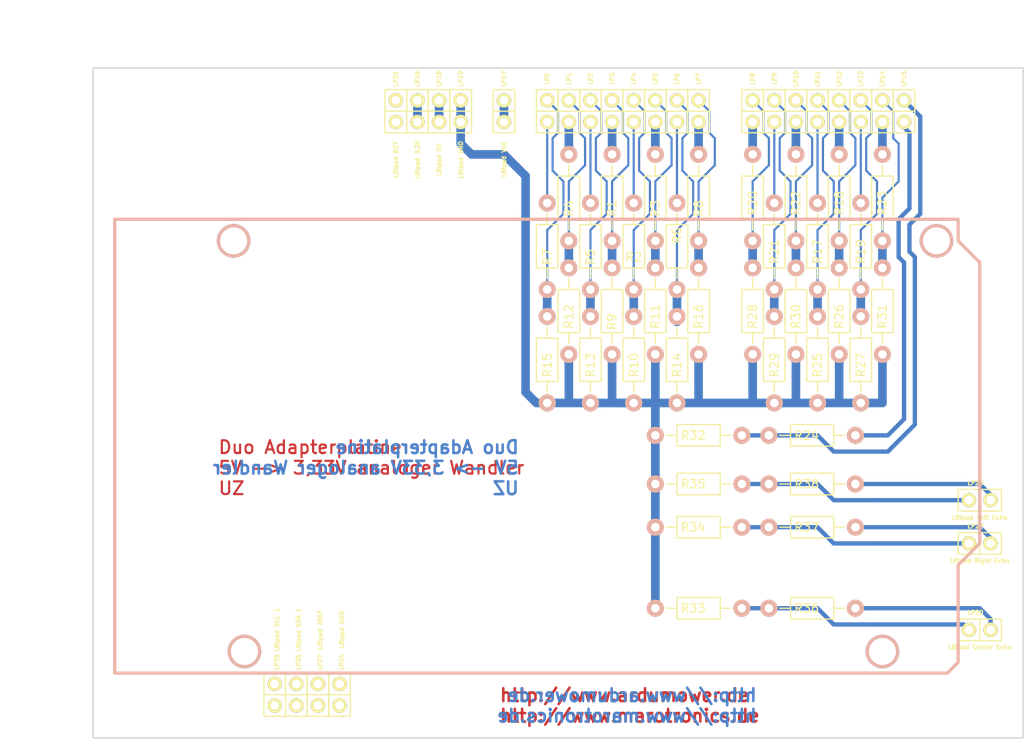
<source format=kicad_pcb>
(kicad_pcb (version 4) (host pcbnew "(2015-01-23 BZR 5386)-product")

  (general
    (links 80)
    (no_connects 0)
    (area 82.806668 40.470001 203.275001 127.075001)
    (thickness 1.6)
    (drawings 10)
    (tracks 225)
    (zones 0)
    (modules 67)
    (nets 43)
  )

  (page A4)
  (title_block
    (title "Ardumower VCN PCB ")
    (date "23 Dez 2014")
    (rev 0,05)
  )

  (layers
    (0 F.Cu signal)
    (31 B.Cu signal)
    (32 B.Adhes user)
    (33 F.Adhes user)
    (34 B.Paste user)
    (35 F.Paste user)
    (36 B.SilkS user)
    (37 F.SilkS user)
    (38 B.Mask user)
    (39 F.Mask user)
    (40 Dwgs.User user)
    (41 Cmts.User user)
    (42 Eco1.User user)
    (43 Eco2.User user)
    (44 Edge.Cuts user)
    (45 Margin user)
    (46 B.CrtYd user)
    (47 F.CrtYd user)
    (48 B.Fab user)
    (49 F.Fab user)
  )

  (setup
    (last_trace_width 0.254)
    (user_trace_width 0.254)
    (user_trace_width 0.508)
    (user_trace_width 0.762)
    (user_trace_width 1.016)
    (user_trace_width 1.27)
    (user_trace_width 1.524)
    (user_trace_width 1.778)
    (trace_clearance 0.254)
    (zone_clearance 0.508)
    (zone_45_only no)
    (trace_min 0.254)
    (segment_width 0.2)
    (edge_width 0.15)
    (via_size 0.889)
    (via_drill 0.635)
    (via_min_size 0.889)
    (via_min_drill 0.508)
    (uvia_size 0.508)
    (uvia_drill 0.127)
    (uvias_allowed no)
    (uvia_min_size 0.508)
    (uvia_min_drill 0.127)
    (pcb_text_width 0.3)
    (pcb_text_size 1 1)
    (mod_edge_width 0.15)
    (mod_text_size 1 1)
    (mod_text_width 0.15)
    (pad_size 3.937 3.937)
    (pad_drill 3.175)
    (pad_to_mask_clearance 0)
    (aux_axis_origin 27.94 144.78)
    (visible_elements 7FFFFFFF)
    (pcbplotparams
      (layerselection 0x00030_80000001)
      (usegerberextensions false)
      (excludeedgelayer true)
      (linewidth 0.100000)
      (plotframeref false)
      (viasonmask false)
      (mode 1)
      (useauxorigin false)
      (hpglpennumber 1)
      (hpglpenspeed 20)
      (hpglpendiameter 15)
      (hpglpenoverlay 2)
      (psnegative false)
      (psa4output false)
      (plotreference true)
      (plotvalue true)
      (plotinvisibletext false)
      (padsonsilk false)
      (subtractmaskfromsilk false)
      (outputformat 1)
      (mirror false)
      (drillshape 1)
      (scaleselection 1)
      (outputdirectory ""))
  )

  (net 0 "")
  (net 1 GND)
  (net 2 +3V3)
  (net 3 "Net-(LP0-Pad1)")
  (net 4 "Net-(LP0-Pad2)")
  (net 5 "Net-(LP1-Pad1)")
  (net 6 "Net-(LP1-Pad2)")
  (net 7 "Net-(LP2-Pad1)")
  (net 8 "Net-(LP2-Pad2)")
  (net 9 "Net-(LP3-Pad1)")
  (net 10 "Net-(LP3-Pad2)")
  (net 11 "Net-(LP4-Pad1)")
  (net 12 "Net-(LP4-Pad2)")
  (net 13 "Net-(LP5-Pad1)")
  (net 14 "Net-(LP5-Pad2)")
  (net 15 "Net-(LP6-Pad1)")
  (net 16 "Net-(LP6-Pad2)")
  (net 17 "Net-(LP7-Pad1)")
  (net 18 "Net-(LP7-Pad2)")
  (net 19 "Net-(LP8-Pad1)")
  (net 20 "Net-(LP8-Pad2)")
  (net 21 "Net-(LP9-Pad1)")
  (net 22 "Net-(LP9-Pad2)")
  (net 23 "Net-(LP10-Pad1)")
  (net 24 "Net-(LP10-Pad2)")
  (net 25 "Net-(LP11-Pad1)")
  (net 26 "Net-(LP11-Pad2)")
  (net 27 "Net-(LP12-Pad1)")
  (net 28 "Net-(LP12-Pad2)")
  (net 29 "Net-(LP13-Pad1)")
  (net 30 "Net-(LP13-Pad2)")
  (net 31 "Net-(LP14-Pad1)")
  (net 32 "Net-(LP14-Pad2)")
  (net 33 "Net-(LP15-Pad1)")
  (net 34 "Net-(LP15-Pad2)")
  (net 35 "Net-(LP17-Pad1)")
  (net 36 +5V)
  (net 37 "Net-(LP20-Pad1)")
  (net 38 "Net-(LP20-Pad2)")
  (net 39 "Net-(LP22-Pad1)")
  (net 40 "Net-(LP22-Pad2)")
  (net 41 "Net-(LP23-Pad1)")
  (net 42 "Net-(LP23-Pad2)")

  (net_class Default "Dies ist die voreingestellte Netzklasse."
    (clearance 0.254)
    (trace_width 0.254)
    (via_dia 0.889)
    (via_drill 0.635)
    (uvia_dia 0.508)
    (uvia_drill 0.127)
    (add_net +3V3)
    (add_net +5V)
    (add_net GND)
    (add_net "Net-(LP0-Pad1)")
    (add_net "Net-(LP0-Pad2)")
    (add_net "Net-(LP1-Pad1)")
    (add_net "Net-(LP1-Pad2)")
    (add_net "Net-(LP10-Pad1)")
    (add_net "Net-(LP10-Pad2)")
    (add_net "Net-(LP11-Pad1)")
    (add_net "Net-(LP11-Pad2)")
    (add_net "Net-(LP12-Pad1)")
    (add_net "Net-(LP12-Pad2)")
    (add_net "Net-(LP13-Pad1)")
    (add_net "Net-(LP13-Pad2)")
    (add_net "Net-(LP14-Pad1)")
    (add_net "Net-(LP14-Pad2)")
    (add_net "Net-(LP15-Pad1)")
    (add_net "Net-(LP15-Pad2)")
    (add_net "Net-(LP17-Pad1)")
    (add_net "Net-(LP2-Pad1)")
    (add_net "Net-(LP2-Pad2)")
    (add_net "Net-(LP20-Pad1)")
    (add_net "Net-(LP20-Pad2)")
    (add_net "Net-(LP22-Pad1)")
    (add_net "Net-(LP22-Pad2)")
    (add_net "Net-(LP23-Pad1)")
    (add_net "Net-(LP23-Pad2)")
    (add_net "Net-(LP3-Pad1)")
    (add_net "Net-(LP3-Pad2)")
    (add_net "Net-(LP4-Pad1)")
    (add_net "Net-(LP4-Pad2)")
    (add_net "Net-(LP5-Pad1)")
    (add_net "Net-(LP5-Pad2)")
    (add_net "Net-(LP6-Pad1)")
    (add_net "Net-(LP6-Pad2)")
    (add_net "Net-(LP7-Pad1)")
    (add_net "Net-(LP7-Pad2)")
    (add_net "Net-(LP8-Pad1)")
    (add_net "Net-(LP8-Pad2)")
    (add_net "Net-(LP9-Pad1)")
    (add_net "Net-(LP9-Pad2)")
  )

  (net_class 24v ""
    (clearance 0.254)
    (trace_width 0.5)
    (via_dia 0.889)
    (via_drill 0.635)
    (uvia_dia 0.508)
    (uvia_drill 0.127)
  )

  (net_class Power ""
    (clearance 0.254)
    (trace_width 0.762)
    (via_dia 0.889)
    (via_drill 0.635)
    (uvia_dia 0.508)
    (uvia_drill 0.127)
  )

  (module Duo:ARDUINO_MEGA_SHIELD_DUO_3D locked (layer B.Cu) (tedit 54F63564) (tstamp 54F62847)
    (at 96.52 66.04)
    (path /5375252C)
    (fp_text reference SHIELD1 (at 70.612 24.892) (layer B.SilkS) hide
      (effects (font (thickness 0.3048)) (justify mirror))
    )
    (fp_text value ARDUINO_MEGA_SHIELD (at 69.596 21.082) (layer B.SilkS) hide
      (effects (font (thickness 0.3048)) (justify mirror))
    )
    (fp_line (start 99.06 0) (end 0 0) (layer B.SilkS) (width 0.381))
    (fp_line (start 97.79 53.34) (end 0 53.34) (layer B.SilkS) (width 0.381))
    (fp_line (start 99.06 40.64) (end 99.06 52.07) (layer B.SilkS) (width 0.381))
    (fp_line (start 99.06 52.07) (end 97.79 53.34) (layer B.SilkS) (width 0.381))
    (fp_line (start 0 0) (end 0 53.34) (layer B.SilkS) (width 0.381))
    (fp_line (start 99.06 40.64) (end 101.6 38.1) (layer B.SilkS) (width 0.381))
    (fp_line (start 101.6 38.1) (end 101.6 5.08) (layer B.SilkS) (width 0.381))
    (fp_line (start 101.6 5.08) (end 99.06 2.54) (layer B.SilkS) (width 0.381))
    (fp_line (start 99.06 2.54) (end 99.06 0) (layer B.SilkS) (width 0.381))
    (pad "" thru_hole circle (at 96.52 2.54 270) (size 3.937 3.937) (drill 3.175) (layers *.Cu *.Mask B.SilkS))
    (pad "" thru_hole circle (at 90.17 50.8 270) (size 3.937 3.937) (drill 3.175) (layers *.Cu *.Mask B.SilkS))
    (pad "" thru_hole circle (at 15.24 50.8 270) (size 3.937 3.937) (drill 3.175) (layers *.Cu *.Mask B.SilkS))
    (pad "" thru_hole circle (at 13.97 2.54 270) (size 3.937 3.937) (drill 3.175) (layers *.Cu *.Mask B.SilkS))
  )

  (module Duo:Lötpad_1x02_Buchse locked (layer F.Cu) (tedit 54F66408) (tstamp 54F46276)
    (at 147.32 53.34 90)
    (descr "Through hole pin header")
    (tags "pin header")
    (path /54CF710A)
    (fp_text reference LP0 (at 3.81 0 90) (layer F.SilkS)
      (effects (font (size 0.5 0.5) (thickness 0.125)))
    )
    (fp_text value Lötpad (at 0 2.032 90) (layer F.SilkS) hide
      (effects (font (size 0.5 0.5) (thickness 0.125)))
    )
    (fp_line (start 0 -1.27) (end 0 1.27) (layer F.SilkS) (width 0.15))
    (fp_line (start -2.54 -1.27) (end -2.54 1.27) (layer F.SilkS) (width 0.15))
    (fp_line (start -2.54 1.27) (end 0 1.27) (layer F.SilkS) (width 0.15))
    (fp_line (start 0 1.27) (end 2.54 1.27) (layer F.SilkS) (width 0.15))
    (fp_line (start 2.54 1.27) (end 2.54 -1.27) (layer F.SilkS) (width 0.15))
    (fp_line (start 2.54 -1.27) (end -2.54 -1.27) (layer F.SilkS) (width 0.15))
    (pad 1 thru_hole circle (at -1.27 0 90) (size 1.7 1.7) (drill 1.016) (layers *.Cu *.Mask F.SilkS)
      (net 3 "Net-(LP0-Pad1)"))
    (pad 2 thru_hole circle (at 1.27 0 90) (size 1.7 1.7) (drill 1.016) (layers *.Cu *.Mask F.SilkS)
      (net 4 "Net-(LP0-Pad2)"))
    (model Connectors/female_pcb_pin/female_pcb_pin_02.wrl
      (at (xyz 0 0 0))
      (scale (xyz 1 1 1))
      (rotate (xyz 0 0 0))
    )
  )

  (module Duo:Lötpad_1x02_Buchse locked (layer F.Cu) (tedit 54F663FF) (tstamp 54F46281)
    (at 149.86 53.34 90)
    (descr "Through hole pin header")
    (tags "pin header")
    (path /54CF7059)
    (fp_text reference LP1 (at 3.81 0 90) (layer F.SilkS)
      (effects (font (size 0.5 0.5) (thickness 0.125)))
    )
    (fp_text value Lötpad (at 0 2.032 90) (layer F.SilkS) hide
      (effects (font (size 0.5 0.5) (thickness 0.125)))
    )
    (fp_line (start 0 -1.27) (end 0 1.27) (layer F.SilkS) (width 0.15))
    (fp_line (start -2.54 -1.27) (end -2.54 1.27) (layer F.SilkS) (width 0.15))
    (fp_line (start -2.54 1.27) (end 0 1.27) (layer F.SilkS) (width 0.15))
    (fp_line (start 0 1.27) (end 2.54 1.27) (layer F.SilkS) (width 0.15))
    (fp_line (start 2.54 1.27) (end 2.54 -1.27) (layer F.SilkS) (width 0.15))
    (fp_line (start 2.54 -1.27) (end -2.54 -1.27) (layer F.SilkS) (width 0.15))
    (pad 1 thru_hole circle (at -1.27 0 90) (size 1.7 1.7) (drill 1.016) (layers *.Cu *.Mask F.SilkS)
      (net 5 "Net-(LP1-Pad1)"))
    (pad 2 thru_hole circle (at 1.27 0 90) (size 1.7 1.7) (drill 1.016) (layers *.Cu *.Mask F.SilkS)
      (net 6 "Net-(LP1-Pad2)"))
    (model Connectors/female_pcb_pin/female_pcb_pin_02.wrl
      (at (xyz 0 0 0))
      (scale (xyz 1 1 1))
      (rotate (xyz 0 0 0))
    )
  )

  (module Duo:Lötpad_1x02_Buchse locked (layer F.Cu) (tedit 54F663F8) (tstamp 54F4628C)
    (at 152.4 53.34 90)
    (descr "Through hole pin header")
    (tags "pin header")
    (path /54CF6FAB)
    (fp_text reference LP2 (at 3.81 0 90) (layer F.SilkS)
      (effects (font (size 0.5 0.5) (thickness 0.125)))
    )
    (fp_text value Lötpad (at 0 2.032 90) (layer F.SilkS) hide
      (effects (font (size 0.5 0.5) (thickness 0.125)))
    )
    (fp_line (start 0 -1.27) (end 0 1.27) (layer F.SilkS) (width 0.15))
    (fp_line (start -2.54 -1.27) (end -2.54 1.27) (layer F.SilkS) (width 0.15))
    (fp_line (start -2.54 1.27) (end 0 1.27) (layer F.SilkS) (width 0.15))
    (fp_line (start 0 1.27) (end 2.54 1.27) (layer F.SilkS) (width 0.15))
    (fp_line (start 2.54 1.27) (end 2.54 -1.27) (layer F.SilkS) (width 0.15))
    (fp_line (start 2.54 -1.27) (end -2.54 -1.27) (layer F.SilkS) (width 0.15))
    (pad 1 thru_hole circle (at -1.27 0 90) (size 1.7 1.7) (drill 1.016) (layers *.Cu *.Mask F.SilkS)
      (net 7 "Net-(LP2-Pad1)"))
    (pad 2 thru_hole circle (at 1.27 0 90) (size 1.7 1.7) (drill 1.016) (layers *.Cu *.Mask F.SilkS)
      (net 8 "Net-(LP2-Pad2)"))
    (model Connectors/female_pcb_pin/female_pcb_pin_02.wrl
      (at (xyz 0 0 0))
      (scale (xyz 1 1 1))
      (rotate (xyz 0 0 0))
    )
  )

  (module Duo:Lötpad_1x02_Buchse locked (layer F.Cu) (tedit 54F663F1) (tstamp 54F46297)
    (at 154.94 53.34 90)
    (descr "Through hole pin header")
    (tags "pin header")
    (path /54CF6F02)
    (fp_text reference LP3 (at 3.81 0 90) (layer F.SilkS)
      (effects (font (size 0.5 0.5) (thickness 0.125)))
    )
    (fp_text value Lötpad (at 0 2.032 90) (layer F.SilkS) hide
      (effects (font (size 0.5 0.5) (thickness 0.125)))
    )
    (fp_line (start 0 -1.27) (end 0 1.27) (layer F.SilkS) (width 0.15))
    (fp_line (start -2.54 -1.27) (end -2.54 1.27) (layer F.SilkS) (width 0.15))
    (fp_line (start -2.54 1.27) (end 0 1.27) (layer F.SilkS) (width 0.15))
    (fp_line (start 0 1.27) (end 2.54 1.27) (layer F.SilkS) (width 0.15))
    (fp_line (start 2.54 1.27) (end 2.54 -1.27) (layer F.SilkS) (width 0.15))
    (fp_line (start 2.54 -1.27) (end -2.54 -1.27) (layer F.SilkS) (width 0.15))
    (pad 1 thru_hole circle (at -1.27 0 90) (size 1.7 1.7) (drill 1.016) (layers *.Cu *.Mask F.SilkS)
      (net 9 "Net-(LP3-Pad1)"))
    (pad 2 thru_hole circle (at 1.27 0 90) (size 1.7 1.7) (drill 1.016) (layers *.Cu *.Mask F.SilkS)
      (net 10 "Net-(LP3-Pad2)"))
    (model Connectors/female_pcb_pin/female_pcb_pin_02.wrl
      (at (xyz 0 0 0))
      (scale (xyz 1 1 1))
      (rotate (xyz 0 0 0))
    )
  )

  (module Duo:Lötpad_1x02_Buchse locked (layer F.Cu) (tedit 54F663EA) (tstamp 54F462A2)
    (at 157.48 53.34 90)
    (descr "Through hole pin header")
    (tags "pin header")
    (path /54CF6E54)
    (fp_text reference LP4 (at 3.81 0 90) (layer F.SilkS)
      (effects (font (size 0.5 0.5) (thickness 0.125)))
    )
    (fp_text value Lötpad (at 0 2.032 90) (layer F.SilkS) hide
      (effects (font (size 0.5 0.5) (thickness 0.125)))
    )
    (fp_line (start 0 -1.27) (end 0 1.27) (layer F.SilkS) (width 0.15))
    (fp_line (start -2.54 -1.27) (end -2.54 1.27) (layer F.SilkS) (width 0.15))
    (fp_line (start -2.54 1.27) (end 0 1.27) (layer F.SilkS) (width 0.15))
    (fp_line (start 0 1.27) (end 2.54 1.27) (layer F.SilkS) (width 0.15))
    (fp_line (start 2.54 1.27) (end 2.54 -1.27) (layer F.SilkS) (width 0.15))
    (fp_line (start 2.54 -1.27) (end -2.54 -1.27) (layer F.SilkS) (width 0.15))
    (pad 1 thru_hole circle (at -1.27 0 90) (size 1.7 1.7) (drill 1.016) (layers *.Cu *.Mask F.SilkS)
      (net 11 "Net-(LP4-Pad1)"))
    (pad 2 thru_hole circle (at 1.27 0 90) (size 1.7 1.7) (drill 1.016) (layers *.Cu *.Mask F.SilkS)
      (net 12 "Net-(LP4-Pad2)"))
    (model Connectors/female_pcb_pin/female_pcb_pin_02.wrl
      (at (xyz 0 0 0))
      (scale (xyz 1 1 1))
      (rotate (xyz 0 0 0))
    )
  )

  (module Duo:Lötpad_1x02_Buchse locked (layer F.Cu) (tedit 54F663DF) (tstamp 54F462AD)
    (at 160.02 53.34 90)
    (descr "Through hole pin header")
    (tags "pin header")
    (path /54CF6DA7)
    (fp_text reference LP5 (at 3.81 0 90) (layer F.SilkS)
      (effects (font (size 0.5 0.5) (thickness 0.125)))
    )
    (fp_text value Lötpad (at 0 2.032 90) (layer F.SilkS) hide
      (effects (font (size 0.5 0.5) (thickness 0.125)))
    )
    (fp_line (start 0 -1.27) (end 0 1.27) (layer F.SilkS) (width 0.15))
    (fp_line (start -2.54 -1.27) (end -2.54 1.27) (layer F.SilkS) (width 0.15))
    (fp_line (start -2.54 1.27) (end 0 1.27) (layer F.SilkS) (width 0.15))
    (fp_line (start 0 1.27) (end 2.54 1.27) (layer F.SilkS) (width 0.15))
    (fp_line (start 2.54 1.27) (end 2.54 -1.27) (layer F.SilkS) (width 0.15))
    (fp_line (start 2.54 -1.27) (end -2.54 -1.27) (layer F.SilkS) (width 0.15))
    (pad 1 thru_hole circle (at -1.27 0 90) (size 1.7 1.7) (drill 1.016) (layers *.Cu *.Mask F.SilkS)
      (net 13 "Net-(LP5-Pad1)"))
    (pad 2 thru_hole circle (at 1.27 0 90) (size 1.7 1.7) (drill 1.016) (layers *.Cu *.Mask F.SilkS)
      (net 14 "Net-(LP5-Pad2)"))
    (model Connectors/female_pcb_pin/female_pcb_pin_02.wrl
      (at (xyz 0 0 0))
      (scale (xyz 1 1 1))
      (rotate (xyz 0 0 0))
    )
  )

  (module Duo:Lötpad_1x02_Buchse locked (layer F.Cu) (tedit 54F663D7) (tstamp 54F462B8)
    (at 162.56 53.34 90)
    (descr "Through hole pin header")
    (tags "pin header")
    (path /54CF6BED)
    (fp_text reference LP6 (at 3.81 0 90) (layer F.SilkS)
      (effects (font (size 0.5 0.5) (thickness 0.125)))
    )
    (fp_text value Lötpad (at 0 2.032 90) (layer F.SilkS) hide
      (effects (font (size 0.5 0.5) (thickness 0.125)))
    )
    (fp_line (start 0 -1.27) (end 0 1.27) (layer F.SilkS) (width 0.15))
    (fp_line (start -2.54 -1.27) (end -2.54 1.27) (layer F.SilkS) (width 0.15))
    (fp_line (start -2.54 1.27) (end 0 1.27) (layer F.SilkS) (width 0.15))
    (fp_line (start 0 1.27) (end 2.54 1.27) (layer F.SilkS) (width 0.15))
    (fp_line (start 2.54 1.27) (end 2.54 -1.27) (layer F.SilkS) (width 0.15))
    (fp_line (start 2.54 -1.27) (end -2.54 -1.27) (layer F.SilkS) (width 0.15))
    (pad 1 thru_hole circle (at -1.27 0 90) (size 1.7 1.7) (drill 1.016) (layers *.Cu *.Mask F.SilkS)
      (net 15 "Net-(LP6-Pad1)"))
    (pad 2 thru_hole circle (at 1.27 0 90) (size 1.7 1.7) (drill 1.016) (layers *.Cu *.Mask F.SilkS)
      (net 16 "Net-(LP6-Pad2)"))
    (model Connectors/female_pcb_pin/female_pcb_pin_02.wrl
      (at (xyz 0 0 0))
      (scale (xyz 1 1 1))
      (rotate (xyz 0 0 0))
    )
  )

  (module Duo:Lötpad_1x02_Buchse locked (layer F.Cu) (tedit 54F663C9) (tstamp 54F462C3)
    (at 165.1 53.34 90)
    (descr "Through hole pin header")
    (tags "pin header")
    (path /54CF6B08)
    (fp_text reference LP7 (at 3.81 0 90) (layer F.SilkS)
      (effects (font (size 0.5 0.5) (thickness 0.125)))
    )
    (fp_text value Lötpad (at 0 2.032 90) (layer F.SilkS) hide
      (effects (font (size 0.5 0.5) (thickness 0.125)))
    )
    (fp_line (start 0 -1.27) (end 0 1.27) (layer F.SilkS) (width 0.15))
    (fp_line (start -2.54 -1.27) (end -2.54 1.27) (layer F.SilkS) (width 0.15))
    (fp_line (start -2.54 1.27) (end 0 1.27) (layer F.SilkS) (width 0.15))
    (fp_line (start 0 1.27) (end 2.54 1.27) (layer F.SilkS) (width 0.15))
    (fp_line (start 2.54 1.27) (end 2.54 -1.27) (layer F.SilkS) (width 0.15))
    (fp_line (start 2.54 -1.27) (end -2.54 -1.27) (layer F.SilkS) (width 0.15))
    (pad 1 thru_hole circle (at -1.27 0 90) (size 1.7 1.7) (drill 1.016) (layers *.Cu *.Mask F.SilkS)
      (net 17 "Net-(LP7-Pad1)"))
    (pad 2 thru_hole circle (at 1.27 0 90) (size 1.7 1.7) (drill 1.016) (layers *.Cu *.Mask F.SilkS)
      (net 18 "Net-(LP7-Pad2)"))
    (model Connectors/female_pcb_pin/female_pcb_pin_02.wrl
      (at (xyz 0 0 0))
      (scale (xyz 1 1 1))
      (rotate (xyz 0 0 0))
    )
  )

  (module Duo:Lötpad_1x02_Buchse locked (layer F.Cu) (tedit 54F663BA) (tstamp 54F462CE)
    (at 171.45 53.34 90)
    (descr "Through hole pin header")
    (tags "pin header")
    (path /54CF2BEF)
    (fp_text reference LP8 (at 3.81 0 90) (layer F.SilkS)
      (effects (font (size 0.5 0.5) (thickness 0.125)))
    )
    (fp_text value Lötpad (at 0 2.032 90) (layer F.SilkS) hide
      (effects (font (size 0.5 0.5) (thickness 0.125)))
    )
    (fp_line (start 0 -1.27) (end 0 1.27) (layer F.SilkS) (width 0.15))
    (fp_line (start -2.54 -1.27) (end -2.54 1.27) (layer F.SilkS) (width 0.15))
    (fp_line (start -2.54 1.27) (end 0 1.27) (layer F.SilkS) (width 0.15))
    (fp_line (start 0 1.27) (end 2.54 1.27) (layer F.SilkS) (width 0.15))
    (fp_line (start 2.54 1.27) (end 2.54 -1.27) (layer F.SilkS) (width 0.15))
    (fp_line (start 2.54 -1.27) (end -2.54 -1.27) (layer F.SilkS) (width 0.15))
    (pad 1 thru_hole circle (at -1.27 0 90) (size 1.7 1.7) (drill 1.016) (layers *.Cu *.Mask F.SilkS)
      (net 19 "Net-(LP8-Pad1)"))
    (pad 2 thru_hole circle (at 1.27 0 90) (size 1.7 1.7) (drill 1.016) (layers *.Cu *.Mask F.SilkS)
      (net 20 "Net-(LP8-Pad2)"))
    (model Connectors/female_pcb_pin/female_pcb_pin_02.wrl
      (at (xyz 0 0 0))
      (scale (xyz 1 1 1))
      (rotate (xyz 0 0 0))
    )
  )

  (module Duo:Lötpad_1x02_Buchse locked (layer F.Cu) (tedit 54F663B2) (tstamp 54F462D9)
    (at 173.99 53.34 90)
    (descr "Through hole pin header")
    (tags "pin header")
    (path /54CF2B48)
    (fp_text reference LP9 (at 3.81 0 90) (layer F.SilkS)
      (effects (font (size 0.5 0.5) (thickness 0.125)))
    )
    (fp_text value Lötpad (at 0 2.032 90) (layer F.SilkS) hide
      (effects (font (size 0.5 0.5) (thickness 0.125)))
    )
    (fp_line (start 0 -1.27) (end 0 1.27) (layer F.SilkS) (width 0.15))
    (fp_line (start -2.54 -1.27) (end -2.54 1.27) (layer F.SilkS) (width 0.15))
    (fp_line (start -2.54 1.27) (end 0 1.27) (layer F.SilkS) (width 0.15))
    (fp_line (start 0 1.27) (end 2.54 1.27) (layer F.SilkS) (width 0.15))
    (fp_line (start 2.54 1.27) (end 2.54 -1.27) (layer F.SilkS) (width 0.15))
    (fp_line (start 2.54 -1.27) (end -2.54 -1.27) (layer F.SilkS) (width 0.15))
    (pad 1 thru_hole circle (at -1.27 0 90) (size 1.7 1.7) (drill 1.016) (layers *.Cu *.Mask F.SilkS)
      (net 21 "Net-(LP9-Pad1)"))
    (pad 2 thru_hole circle (at 1.27 0 90) (size 1.7 1.7) (drill 1.016) (layers *.Cu *.Mask F.SilkS)
      (net 22 "Net-(LP9-Pad2)"))
    (model Connectors/female_pcb_pin/female_pcb_pin_02.wrl
      (at (xyz 0 0 0))
      (scale (xyz 1 1 1))
      (rotate (xyz 0 0 0))
    )
  )

  (module Duo:Lötpad_1x02_Buchse locked (layer F.Cu) (tedit 54F663A9) (tstamp 54F462E4)
    (at 176.53 53.34 90)
    (descr "Through hole pin header")
    (tags "pin header")
    (path /54CEF3BF)
    (fp_text reference LP10 (at 3.81 0 90) (layer F.SilkS)
      (effects (font (size 0.5 0.5) (thickness 0.125)))
    )
    (fp_text value Lötpad (at 0 2.032 90) (layer F.SilkS) hide
      (effects (font (size 0.5 0.5) (thickness 0.125)))
    )
    (fp_line (start 0 -1.27) (end 0 1.27) (layer F.SilkS) (width 0.15))
    (fp_line (start -2.54 -1.27) (end -2.54 1.27) (layer F.SilkS) (width 0.15))
    (fp_line (start -2.54 1.27) (end 0 1.27) (layer F.SilkS) (width 0.15))
    (fp_line (start 0 1.27) (end 2.54 1.27) (layer F.SilkS) (width 0.15))
    (fp_line (start 2.54 1.27) (end 2.54 -1.27) (layer F.SilkS) (width 0.15))
    (fp_line (start 2.54 -1.27) (end -2.54 -1.27) (layer F.SilkS) (width 0.15))
    (pad 1 thru_hole circle (at -1.27 0 90) (size 1.7 1.7) (drill 1.016) (layers *.Cu *.Mask F.SilkS)
      (net 23 "Net-(LP10-Pad1)"))
    (pad 2 thru_hole circle (at 1.27 0 90) (size 1.7 1.7) (drill 1.016) (layers *.Cu *.Mask F.SilkS)
      (net 24 "Net-(LP10-Pad2)"))
    (model Connectors/female_pcb_pin/female_pcb_pin_02.wrl
      (at (xyz 0 0 0))
      (scale (xyz 1 1 1))
      (rotate (xyz 0 0 0))
    )
  )

  (module Duo:Lötpad_1x02_Buchse locked (layer F.Cu) (tedit 54F663A2) (tstamp 54F462EF)
    (at 179.07 53.34 90)
    (descr "Through hole pin header")
    (tags "pin header")
    (path /54CEF31C)
    (fp_text reference LP11 (at 3.81 0 90) (layer F.SilkS)
      (effects (font (size 0.5 0.5) (thickness 0.125)))
    )
    (fp_text value Lötpad (at 0 2.032 90) (layer F.SilkS) hide
      (effects (font (size 0.5 0.5) (thickness 0.125)))
    )
    (fp_line (start 0 -1.27) (end 0 1.27) (layer F.SilkS) (width 0.15))
    (fp_line (start -2.54 -1.27) (end -2.54 1.27) (layer F.SilkS) (width 0.15))
    (fp_line (start -2.54 1.27) (end 0 1.27) (layer F.SilkS) (width 0.15))
    (fp_line (start 0 1.27) (end 2.54 1.27) (layer F.SilkS) (width 0.15))
    (fp_line (start 2.54 1.27) (end 2.54 -1.27) (layer F.SilkS) (width 0.15))
    (fp_line (start 2.54 -1.27) (end -2.54 -1.27) (layer F.SilkS) (width 0.15))
    (pad 1 thru_hole circle (at -1.27 0 90) (size 1.7 1.7) (drill 1.016) (layers *.Cu *.Mask F.SilkS)
      (net 25 "Net-(LP11-Pad1)"))
    (pad 2 thru_hole circle (at 1.27 0 90) (size 1.7 1.7) (drill 1.016) (layers *.Cu *.Mask F.SilkS)
      (net 26 "Net-(LP11-Pad2)"))
    (model Connectors/female_pcb_pin/female_pcb_pin_02.wrl
      (at (xyz 0 0 0))
      (scale (xyz 1 1 1))
      (rotate (xyz 0 0 0))
    )
  )

  (module Duo:Lötpad_1x02_Buchse locked (layer F.Cu) (tedit 54F6639A) (tstamp 54F462FA)
    (at 181.61 53.34 90)
    (descr "Through hole pin header")
    (tags "pin header")
    (path /54CEF278)
    (fp_text reference LP12 (at 3.81 0 90) (layer F.SilkS)
      (effects (font (size 0.5 0.5) (thickness 0.125)))
    )
    (fp_text value Lötpad (at 0 2.032 90) (layer F.SilkS) hide
      (effects (font (size 0.5 0.5) (thickness 0.125)))
    )
    (fp_line (start 0 -1.27) (end 0 1.27) (layer F.SilkS) (width 0.15))
    (fp_line (start -2.54 -1.27) (end -2.54 1.27) (layer F.SilkS) (width 0.15))
    (fp_line (start -2.54 1.27) (end 0 1.27) (layer F.SilkS) (width 0.15))
    (fp_line (start 0 1.27) (end 2.54 1.27) (layer F.SilkS) (width 0.15))
    (fp_line (start 2.54 1.27) (end 2.54 -1.27) (layer F.SilkS) (width 0.15))
    (fp_line (start 2.54 -1.27) (end -2.54 -1.27) (layer F.SilkS) (width 0.15))
    (pad 1 thru_hole circle (at -1.27 0 90) (size 1.7 1.7) (drill 1.016) (layers *.Cu *.Mask F.SilkS)
      (net 27 "Net-(LP12-Pad1)"))
    (pad 2 thru_hole circle (at 1.27 0 90) (size 1.7 1.7) (drill 1.016) (layers *.Cu *.Mask F.SilkS)
      (net 28 "Net-(LP12-Pad2)"))
    (model Connectors/female_pcb_pin/female_pcb_pin_02.wrl
      (at (xyz 0 0 0))
      (scale (xyz 1 1 1))
      (rotate (xyz 0 0 0))
    )
  )

  (module Duo:Lötpad_1x02_Buchse locked (layer F.Cu) (tedit 54F6637C) (tstamp 54F4F592)
    (at 184.15 53.34 90)
    (descr "Through hole pin header")
    (tags "pin header")
    (path /54CEF1D7)
    (fp_text reference LP13 (at 3.81 0 90) (layer F.SilkS)
      (effects (font (size 0.5 0.5) (thickness 0.125)))
    )
    (fp_text value Lötpad (at 0 2.032 90) (layer F.SilkS) hide
      (effects (font (size 0.5 0.5) (thickness 0.125)))
    )
    (fp_line (start 0 -1.27) (end 0 1.27) (layer F.SilkS) (width 0.15))
    (fp_line (start -2.54 -1.27) (end -2.54 1.27) (layer F.SilkS) (width 0.15))
    (fp_line (start -2.54 1.27) (end 0 1.27) (layer F.SilkS) (width 0.15))
    (fp_line (start 0 1.27) (end 2.54 1.27) (layer F.SilkS) (width 0.15))
    (fp_line (start 2.54 1.27) (end 2.54 -1.27) (layer F.SilkS) (width 0.15))
    (fp_line (start 2.54 -1.27) (end -2.54 -1.27) (layer F.SilkS) (width 0.15))
    (pad 1 thru_hole circle (at -1.27 0 90) (size 1.7 1.7) (drill 1.016) (layers *.Cu *.Mask F.SilkS)
      (net 29 "Net-(LP13-Pad1)"))
    (pad 2 thru_hole circle (at 1.27 0 90) (size 1.7 1.7) (drill 1.016) (layers *.Cu *.Mask F.SilkS)
      (net 30 "Net-(LP13-Pad2)"))
    (model Connectors/female_pcb_pin/female_pcb_pin_02.wrl
      (at (xyz 0 0 0))
      (scale (xyz 1 1 1))
      (rotate (xyz 0 0 0))
    )
  )

  (module Duo:Lötpad_1x02_Buchse locked (layer F.Cu) (tedit 54F66375) (tstamp 54F46310)
    (at 186.69 53.34 90)
    (descr "Through hole pin header")
    (tags "pin header")
    (path /54CEDC4A)
    (fp_text reference LP14 (at 3.81 0 90) (layer F.SilkS)
      (effects (font (size 0.5 0.5) (thickness 0.125)))
    )
    (fp_text value Lötpad (at 0 2.032 90) (layer F.SilkS) hide
      (effects (font (size 0.5 0.5) (thickness 0.125)))
    )
    (fp_line (start 0 -1.27) (end 0 1.27) (layer F.SilkS) (width 0.15))
    (fp_line (start -2.54 -1.27) (end -2.54 1.27) (layer F.SilkS) (width 0.15))
    (fp_line (start -2.54 1.27) (end 0 1.27) (layer F.SilkS) (width 0.15))
    (fp_line (start 0 1.27) (end 2.54 1.27) (layer F.SilkS) (width 0.15))
    (fp_line (start 2.54 1.27) (end 2.54 -1.27) (layer F.SilkS) (width 0.15))
    (fp_line (start 2.54 -1.27) (end -2.54 -1.27) (layer F.SilkS) (width 0.15))
    (pad 1 thru_hole circle (at -1.27 0 90) (size 1.7 1.7) (drill 1.016) (layers *.Cu *.Mask F.SilkS)
      (net 31 "Net-(LP14-Pad1)"))
    (pad 2 thru_hole circle (at 1.27 0 90) (size 1.7 1.7) (drill 1.016) (layers *.Cu *.Mask F.SilkS)
      (net 32 "Net-(LP14-Pad2)"))
    (model Connectors/female_pcb_pin/female_pcb_pin_02.wrl
      (at (xyz 0 0 0))
      (scale (xyz 1 1 1))
      (rotate (xyz 0 0 0))
    )
  )

  (module Duo:Lötpad_1x02_Buchse locked (layer F.Cu) (tedit 54F663C1) (tstamp 54F4631B)
    (at 189.23 53.34 90)
    (descr "Through hole pin header")
    (tags "pin header")
    (path /54CEA36A)
    (fp_text reference LP15 (at 3.81 0 90) (layer F.SilkS)
      (effects (font (size 0.5 0.5) (thickness 0.125)))
    )
    (fp_text value Lötpad (at 0 2.032 90) (layer F.SilkS) hide
      (effects (font (size 0.5 0.5) (thickness 0.125)))
    )
    (fp_line (start 0 -1.27) (end 0 1.27) (layer F.SilkS) (width 0.15))
    (fp_line (start -2.54 -1.27) (end -2.54 1.27) (layer F.SilkS) (width 0.15))
    (fp_line (start -2.54 1.27) (end 0 1.27) (layer F.SilkS) (width 0.15))
    (fp_line (start 0 1.27) (end 2.54 1.27) (layer F.SilkS) (width 0.15))
    (fp_line (start 2.54 1.27) (end 2.54 -1.27) (layer F.SilkS) (width 0.15))
    (fp_line (start 2.54 -1.27) (end -2.54 -1.27) (layer F.SilkS) (width 0.15))
    (pad 1 thru_hole circle (at -1.27 0 90) (size 1.7 1.7) (drill 1.016) (layers *.Cu *.Mask F.SilkS)
      (net 33 "Net-(LP15-Pad1)"))
    (pad 2 thru_hole circle (at 1.27 0 90) (size 1.7 1.7) (drill 1.016) (layers *.Cu *.Mask F.SilkS)
      (net 34 "Net-(LP15-Pad2)"))
    (model Connectors/female_pcb_pin/female_pcb_pin_02.wrl
      (at (xyz 0 0 0))
      (scale (xyz 1 1 1))
      (rotate (xyz 0 0 0))
    )
  )

  (module Duo:Lötpad_1x02_Buchse locked (layer F.Cu) (tedit 54F6631A) (tstamp 54F46326)
    (at 132.08 53.34 90)
    (descr "Through hole pin header")
    (tags "pin header")
    (path /54CFDD02)
    (fp_text reference LP16 (at 3.81 0 90) (layer F.SilkS)
      (effects (font (size 0.5 0.5) (thickness 0.125)))
    )
    (fp_text value "Lötpad 3.3V" (at -5.715 0 90) (layer F.SilkS)
      (effects (font (size 0.5 0.5) (thickness 0.125)))
    )
    (fp_line (start 0 -1.27) (end 0 1.27) (layer F.SilkS) (width 0.15))
    (fp_line (start -2.54 -1.27) (end -2.54 1.27) (layer F.SilkS) (width 0.15))
    (fp_line (start -2.54 1.27) (end 0 1.27) (layer F.SilkS) (width 0.15))
    (fp_line (start 0 1.27) (end 2.54 1.27) (layer F.SilkS) (width 0.15))
    (fp_line (start 2.54 1.27) (end 2.54 -1.27) (layer F.SilkS) (width 0.15))
    (fp_line (start 2.54 -1.27) (end -2.54 -1.27) (layer F.SilkS) (width 0.15))
    (pad 1 thru_hole circle (at -1.27 0 90) (size 1.7 1.7) (drill 1.016) (layers *.Cu *.Mask F.SilkS)
      (net 2 +3V3))
    (pad 2 thru_hole circle (at 1.27 0 90) (size 1.7 1.7) (drill 1.016) (layers *.Cu *.Mask F.SilkS)
      (net 2 +3V3))
    (model Connectors/female_pcb_pin/female_pcb_pin_02.wrl
      (at (xyz 0 0 0))
      (scale (xyz 1 1 1))
      (rotate (xyz 0 0 0))
    )
  )

  (module Duo:Lötpad_1x02_Buchse locked (layer F.Cu) (tedit 54F66331) (tstamp 54F46331)
    (at 142.24 53.34 90)
    (descr "Through hole pin header")
    (tags "pin header")
    (path /54CFD7DE)
    (fp_text reference LP17 (at 3.81 0 90) (layer F.SilkS)
      (effects (font (size 0.5 0.5) (thickness 0.125)))
    )
    (fp_text value "Lötpad VIN" (at -5.715 0 90) (layer F.SilkS)
      (effects (font (size 0.5 0.5) (thickness 0.125)))
    )
    (fp_line (start 0 -1.27) (end 0 1.27) (layer F.SilkS) (width 0.15))
    (fp_line (start -2.54 -1.27) (end -2.54 1.27) (layer F.SilkS) (width 0.15))
    (fp_line (start -2.54 1.27) (end 0 1.27) (layer F.SilkS) (width 0.15))
    (fp_line (start 0 1.27) (end 2.54 1.27) (layer F.SilkS) (width 0.15))
    (fp_line (start 2.54 1.27) (end 2.54 -1.27) (layer F.SilkS) (width 0.15))
    (fp_line (start 2.54 -1.27) (end -2.54 -1.27) (layer F.SilkS) (width 0.15))
    (pad 1 thru_hole circle (at -1.27 0 90) (size 1.7 1.7) (drill 1.016) (layers *.Cu *.Mask F.SilkS)
      (net 35 "Net-(LP17-Pad1)"))
    (pad 2 thru_hole circle (at 1.27 0 90) (size 1.7 1.7) (drill 1.016) (layers *.Cu *.Mask F.SilkS)
      (net 35 "Net-(LP17-Pad1)"))
    (model Connectors/female_pcb_pin/female_pcb_pin_02.wrl
      (at (xyz 0 0 0))
      (scale (xyz 1 1 1))
      (rotate (xyz 0 0 0))
    )
  )

  (module Duo:Lötpad_1x02_Buchse locked (layer F.Cu) (tedit 54F6630D) (tstamp 54F4633C)
    (at 134.62 53.34 90)
    (descr "Through hole pin header")
    (tags "pin header")
    (path /54CFDC50)
    (fp_text reference LP18 (at 3.81 0 90) (layer F.SilkS)
      (effects (font (size 0.5 0.5) (thickness 0.125)))
    )
    (fp_text value "Lötpad 5V" (at -5.715 0 90) (layer F.SilkS)
      (effects (font (size 0.5 0.5) (thickness 0.125)))
    )
    (fp_line (start 0 -1.27) (end 0 1.27) (layer F.SilkS) (width 0.15))
    (fp_line (start -2.54 -1.27) (end -2.54 1.27) (layer F.SilkS) (width 0.15))
    (fp_line (start -2.54 1.27) (end 0 1.27) (layer F.SilkS) (width 0.15))
    (fp_line (start 0 1.27) (end 2.54 1.27) (layer F.SilkS) (width 0.15))
    (fp_line (start 2.54 1.27) (end 2.54 -1.27) (layer F.SilkS) (width 0.15))
    (fp_line (start 2.54 -1.27) (end -2.54 -1.27) (layer F.SilkS) (width 0.15))
    (pad 1 thru_hole circle (at -1.27 0 90) (size 1.7 1.7) (drill 1.016) (layers *.Cu *.Mask F.SilkS)
      (net 36 +5V))
    (pad 2 thru_hole circle (at 1.27 0 90) (size 1.7 1.7) (drill 1.016) (layers *.Cu *.Mask F.SilkS)
      (net 36 +5V))
    (model Connectors/female_pcb_pin/female_pcb_pin_02.wrl
      (at (xyz 0 0 0))
      (scale (xyz 1 1 1))
      (rotate (xyz 0 0 0))
    )
  )

  (module Duo:Lötpad_1x02_Buchse locked (layer F.Cu) (tedit 54F66313) (tstamp 54F46347)
    (at 137.16 53.34 90)
    (descr "Through hole pin header")
    (tags "pin header")
    (path /54CFE61F)
    (fp_text reference LP19 (at 3.81 0 90) (layer F.SilkS)
      (effects (font (size 0.5 0.5) (thickness 0.125)))
    )
    (fp_text value "Lötpad GND" (at -5.715 0 90) (layer F.SilkS)
      (effects (font (size 0.5 0.5) (thickness 0.125)))
    )
    (fp_line (start 0 -1.27) (end 0 1.27) (layer F.SilkS) (width 0.15))
    (fp_line (start -2.54 -1.27) (end -2.54 1.27) (layer F.SilkS) (width 0.15))
    (fp_line (start -2.54 1.27) (end 0 1.27) (layer F.SilkS) (width 0.15))
    (fp_line (start 0 1.27) (end 2.54 1.27) (layer F.SilkS) (width 0.15))
    (fp_line (start 2.54 1.27) (end 2.54 -1.27) (layer F.SilkS) (width 0.15))
    (fp_line (start 2.54 -1.27) (end -2.54 -1.27) (layer F.SilkS) (width 0.15))
    (pad 1 thru_hole circle (at -1.27 0 90) (size 1.7 1.7) (drill 1.016) (layers *.Cu *.Mask F.SilkS)
      (net 1 GND))
    (pad 2 thru_hole circle (at 1.27 0 90) (size 1.7 1.7) (drill 1.016) (layers *.Cu *.Mask F.SilkS)
      (net 1 GND))
    (model Connectors/female_pcb_pin/female_pcb_pin_02.wrl
      (at (xyz 0 0 0))
      (scale (xyz 1 1 1))
      (rotate (xyz 0 0 0))
    )
  )

  (module Duo:Lötpad_1x02_Buchse locked (layer F.Cu) (tedit 54F3A875) (tstamp 54F46352)
    (at 198.12 114.3)
    (descr "Through hole pin header")
    (tags "pin header")
    (path /54CF4FEC)
    (fp_text reference LP20 (at -0.508 -2.032) (layer F.SilkS)
      (effects (font (size 0.5 0.5) (thickness 0.125)))
    )
    (fp_text value "Lötpad Center Echo" (at 0 2.032) (layer F.SilkS)
      (effects (font (size 0.5 0.5) (thickness 0.125)))
    )
    (fp_line (start 0 -1.27) (end 0 1.27) (layer F.SilkS) (width 0.15))
    (fp_line (start -2.54 -1.27) (end -2.54 1.27) (layer F.SilkS) (width 0.15))
    (fp_line (start -2.54 1.27) (end 0 1.27) (layer F.SilkS) (width 0.15))
    (fp_line (start 0 1.27) (end 2.54 1.27) (layer F.SilkS) (width 0.15))
    (fp_line (start 2.54 1.27) (end 2.54 -1.27) (layer F.SilkS) (width 0.15))
    (fp_line (start 2.54 -1.27) (end -2.54 -1.27) (layer F.SilkS) (width 0.15))
    (pad 1 thru_hole circle (at -1.27 0) (size 1.7 1.7) (drill 1.016) (layers *.Cu *.Mask F.SilkS)
      (net 37 "Net-(LP20-Pad1)"))
    (pad 2 thru_hole circle (at 1.27 0) (size 1.7 1.7) (drill 1.016) (layers *.Cu *.Mask F.SilkS)
      (net 38 "Net-(LP20-Pad2)"))
    (model Connectors/female_pcb_pin/female_pcb_pin_02.wrl
      (at (xyz 0 0 0))
      (scale (xyz 1 1 1))
      (rotate (xyz 0 0 0))
    )
  )

  (module Duo:Lötpad_1x02_Buchse locked (layer F.Cu) (tedit 54F6631F) (tstamp 54F4635D)
    (at 129.54 53.34 90)
    (descr "Through hole pin header")
    (tags "pin header")
    (path /54D046E1)
    (fp_text reference LP21 (at 3.81 0 90) (layer F.SilkS)
      (effects (font (size 0.5 0.5) (thickness 0.125)))
    )
    (fp_text value "Lötpad RST" (at -5.715 0 90) (layer F.SilkS)
      (effects (font (size 0.5 0.5) (thickness 0.125)))
    )
    (fp_line (start 0 -1.27) (end 0 1.27) (layer F.SilkS) (width 0.15))
    (fp_line (start -2.54 -1.27) (end -2.54 1.27) (layer F.SilkS) (width 0.15))
    (fp_line (start -2.54 1.27) (end 0 1.27) (layer F.SilkS) (width 0.15))
    (fp_line (start 0 1.27) (end 2.54 1.27) (layer F.SilkS) (width 0.15))
    (fp_line (start 2.54 1.27) (end 2.54 -1.27) (layer F.SilkS) (width 0.15))
    (fp_line (start 2.54 -1.27) (end -2.54 -1.27) (layer F.SilkS) (width 0.15))
    (pad 1 thru_hole circle (at -1.27 0 90) (size 1.7 1.7) (drill 1.016) (layers *.Cu *.Mask F.SilkS))
    (pad 2 thru_hole circle (at 1.27 0 90) (size 1.7 1.7) (drill 1.016) (layers *.Cu *.Mask F.SilkS))
    (model Connectors/female_pcb_pin/female_pcb_pin_02.wrl
      (at (xyz 0 0 0))
      (scale (xyz 1 1 1))
      (rotate (xyz 0 0 0))
    )
  )

  (module Duo:Lötpad_1x02_Buchse locked (layer F.Cu) (tedit 54F3A875) (tstamp 54F46368)
    (at 198.12 104.14)
    (descr "Through hole pin header")
    (tags "pin header")
    (path /54CF5460)
    (fp_text reference LP22 (at -0.508 -2.032) (layer F.SilkS)
      (effects (font (size 0.5 0.5) (thickness 0.125)))
    )
    (fp_text value "Lötpad Right Echo" (at 0 2.032) (layer F.SilkS)
      (effects (font (size 0.5 0.5) (thickness 0.125)))
    )
    (fp_line (start 0 -1.27) (end 0 1.27) (layer F.SilkS) (width 0.15))
    (fp_line (start -2.54 -1.27) (end -2.54 1.27) (layer F.SilkS) (width 0.15))
    (fp_line (start -2.54 1.27) (end 0 1.27) (layer F.SilkS) (width 0.15))
    (fp_line (start 0 1.27) (end 2.54 1.27) (layer F.SilkS) (width 0.15))
    (fp_line (start 2.54 1.27) (end 2.54 -1.27) (layer F.SilkS) (width 0.15))
    (fp_line (start 2.54 -1.27) (end -2.54 -1.27) (layer F.SilkS) (width 0.15))
    (pad 1 thru_hole circle (at -1.27 0) (size 1.7 1.7) (drill 1.016) (layers *.Cu *.Mask F.SilkS)
      (net 39 "Net-(LP22-Pad1)"))
    (pad 2 thru_hole circle (at 1.27 0) (size 1.7 1.7) (drill 1.016) (layers *.Cu *.Mask F.SilkS)
      (net 40 "Net-(LP22-Pad2)"))
    (model Connectors/female_pcb_pin/female_pcb_pin_02.wrl
      (at (xyz 0 0 0))
      (scale (xyz 1 1 1))
      (rotate (xyz 0 0 0))
    )
  )

  (module Duo:Lötpad_1x02_Buchse locked (layer F.Cu) (tedit 54F3A875) (tstamp 54F46373)
    (at 198.12 99.06)
    (descr "Through hole pin header")
    (tags "pin header")
    (path /54CF5519)
    (fp_text reference LP23 (at -0.508 -2.032) (layer F.SilkS)
      (effects (font (size 0.5 0.5) (thickness 0.125)))
    )
    (fp_text value "Lötpad Left Echo" (at 0 2.032) (layer F.SilkS)
      (effects (font (size 0.5 0.5) (thickness 0.125)))
    )
    (fp_line (start 0 -1.27) (end 0 1.27) (layer F.SilkS) (width 0.15))
    (fp_line (start -2.54 -1.27) (end -2.54 1.27) (layer F.SilkS) (width 0.15))
    (fp_line (start -2.54 1.27) (end 0 1.27) (layer F.SilkS) (width 0.15))
    (fp_line (start 0 1.27) (end 2.54 1.27) (layer F.SilkS) (width 0.15))
    (fp_line (start 2.54 1.27) (end 2.54 -1.27) (layer F.SilkS) (width 0.15))
    (fp_line (start 2.54 -1.27) (end -2.54 -1.27) (layer F.SilkS) (width 0.15))
    (pad 1 thru_hole circle (at -1.27 0) (size 1.7 1.7) (drill 1.016) (layers *.Cu *.Mask F.SilkS)
      (net 41 "Net-(LP23-Pad1)"))
    (pad 2 thru_hole circle (at 1.27 0) (size 1.7 1.7) (drill 1.016) (layers *.Cu *.Mask F.SilkS)
      (net 42 "Net-(LP23-Pad2)"))
    (model Connectors/female_pcb_pin/female_pcb_pin_02.wrl
      (at (xyz 0 0 0))
      (scale (xyz 1 1 1))
      (rotate (xyz 0 0 0))
    )
  )

  (module Duo:Lötpad_1x02_Buchse locked (layer F.Cu) (tedit 54F644F4) (tstamp 54F4637E)
    (at 122.936 121.92 270)
    (descr "Through hole pin header")
    (tags "pin header")
    (path /54CFA30B)
    (fp_text reference LP24 (at -3.81 -0.254 270) (layer F.SilkS)
      (effects (font (size 0.5 0.5) (thickness 0.125)))
    )
    (fp_text value "Lötpad GND" (at -7.62 -0.254 270) (layer F.SilkS)
      (effects (font (size 0.5 0.5) (thickness 0.125)))
    )
    (fp_line (start 0 -1.27) (end 0 1.27) (layer F.SilkS) (width 0.15))
    (fp_line (start -2.54 -1.27) (end -2.54 1.27) (layer F.SilkS) (width 0.15))
    (fp_line (start -2.54 1.27) (end 0 1.27) (layer F.SilkS) (width 0.15))
    (fp_line (start 0 1.27) (end 2.54 1.27) (layer F.SilkS) (width 0.15))
    (fp_line (start 2.54 1.27) (end 2.54 -1.27) (layer F.SilkS) (width 0.15))
    (fp_line (start 2.54 -1.27) (end -2.54 -1.27) (layer F.SilkS) (width 0.15))
    (pad 1 thru_hole circle (at -1.27 0 270) (size 1.7 1.7) (drill 1.016) (layers *.Cu *.Mask F.SilkS))
    (pad 2 thru_hole circle (at 1.27 0 270) (size 1.7 1.7) (drill 1.016) (layers *.Cu *.Mask F.SilkS))
    (model Connectors/female_pcb_pin/female_pcb_pin_02.wrl
      (at (xyz 0 0 0))
      (scale (xyz 1 1 1))
      (rotate (xyz 0 0 0))
    )
  )

  (module Duo:Lötpad_1x02_Buchse locked (layer F.Cu) (tedit 54F64527) (tstamp 54F46389)
    (at 115.316 121.92 270)
    (descr "Through hole pin header")
    (tags "pin header")
    (path /54CFB233)
    (fp_text reference LP25 (at -3.81 -0.254 270) (layer F.SilkS)
      (effects (font (size 0.5 0.5) (thickness 0.125)))
    )
    (fp_text value "Lötpad SCL 1" (at -7.62 -0.254 270) (layer F.SilkS)
      (effects (font (size 0.5 0.5) (thickness 0.125)))
    )
    (fp_line (start 0 -1.27) (end 0 1.27) (layer F.SilkS) (width 0.15))
    (fp_line (start -2.54 -1.27) (end -2.54 1.27) (layer F.SilkS) (width 0.15))
    (fp_line (start -2.54 1.27) (end 0 1.27) (layer F.SilkS) (width 0.15))
    (fp_line (start 0 1.27) (end 2.54 1.27) (layer F.SilkS) (width 0.15))
    (fp_line (start 2.54 1.27) (end 2.54 -1.27) (layer F.SilkS) (width 0.15))
    (fp_line (start 2.54 -1.27) (end -2.54 -1.27) (layer F.SilkS) (width 0.15))
    (pad 1 thru_hole circle (at -1.27 0 270) (size 1.7 1.7) (drill 1.016) (layers *.Cu *.Mask F.SilkS))
    (pad 2 thru_hole circle (at 1.27 0 270) (size 1.7 1.7) (drill 1.016) (layers *.Cu *.Mask F.SilkS))
    (model Connectors/female_pcb_pin/female_pcb_pin_02.wrl
      (at (xyz 0 0 0))
      (scale (xyz 1 1 1))
      (rotate (xyz 0 0 0))
    )
  )

  (module Duo:Lötpad_1x02_Buchse locked (layer F.Cu) (tedit 54F64520) (tstamp 54F46394)
    (at 117.856 121.92 270)
    (descr "Through hole pin header")
    (tags "pin header")
    (path /54CFB165)
    (fp_text reference LP26 (at -3.81 -0.254 270) (layer F.SilkS)
      (effects (font (size 0.5 0.5) (thickness 0.125)))
    )
    (fp_text value "Lötpad SDA 1" (at -7.62 -0.254 270) (layer F.SilkS)
      (effects (font (size 0.5 0.5) (thickness 0.125)))
    )
    (fp_line (start 0 -1.27) (end 0 1.27) (layer F.SilkS) (width 0.15))
    (fp_line (start -2.54 -1.27) (end -2.54 1.27) (layer F.SilkS) (width 0.15))
    (fp_line (start -2.54 1.27) (end 0 1.27) (layer F.SilkS) (width 0.15))
    (fp_line (start 0 1.27) (end 2.54 1.27) (layer F.SilkS) (width 0.15))
    (fp_line (start 2.54 1.27) (end 2.54 -1.27) (layer F.SilkS) (width 0.15))
    (fp_line (start 2.54 -1.27) (end -2.54 -1.27) (layer F.SilkS) (width 0.15))
    (pad 1 thru_hole circle (at -1.27 0 270) (size 1.7 1.7) (drill 1.016) (layers *.Cu *.Mask F.SilkS))
    (pad 2 thru_hole circle (at 1.27 0 270) (size 1.7 1.7) (drill 1.016) (layers *.Cu *.Mask F.SilkS))
    (model Connectors/female_pcb_pin/female_pcb_pin_02.wrl
      (at (xyz 0 0 0))
      (scale (xyz 1 1 1))
      (rotate (xyz 0 0 0))
    )
  )

  (module Duo:Lötpad_1x02_Buchse locked (layer F.Cu) (tedit 54F64516) (tstamp 54F4639F)
    (at 120.396 121.92 270)
    (descr "Through hole pin header")
    (tags "pin header")
    (path /54CFB2E6)
    (fp_text reference LP27 (at -3.81 -0.254 270) (layer F.SilkS)
      (effects (font (size 0.5 0.5) (thickness 0.125)))
    )
    (fp_text value "Lötpad AREF" (at -7.62 -0.254 270) (layer F.SilkS)
      (effects (font (size 0.5 0.5) (thickness 0.125)))
    )
    (fp_line (start 0 -1.27) (end 0 1.27) (layer F.SilkS) (width 0.15))
    (fp_line (start -2.54 -1.27) (end -2.54 1.27) (layer F.SilkS) (width 0.15))
    (fp_line (start -2.54 1.27) (end 0 1.27) (layer F.SilkS) (width 0.15))
    (fp_line (start 0 1.27) (end 2.54 1.27) (layer F.SilkS) (width 0.15))
    (fp_line (start 2.54 1.27) (end 2.54 -1.27) (layer F.SilkS) (width 0.15))
    (fp_line (start 2.54 -1.27) (end -2.54 -1.27) (layer F.SilkS) (width 0.15))
    (pad 1 thru_hole circle (at -1.27 0 270) (size 1.7 1.7) (drill 1.016) (layers *.Cu *.Mask F.SilkS))
    (pad 2 thru_hole circle (at 1.27 0 270) (size 1.7 1.7) (drill 1.016) (layers *.Cu *.Mask F.SilkS))
    (model Connectors/female_pcb_pin/female_pcb_pin_02.wrl
      (at (xyz 0 0 0))
      (scale (xyz 1 1 1))
      (rotate (xyz 0 0 0))
    )
  )

  (module Duo:Resistor_Horizontal_RM10mm (layer F.Cu) (tedit 54F639AD) (tstamp 54F62DAA)
    (at 154.94 63.5 270)
    (descr "Resistor, Axial,  RM 10mm, 1/3W,")
    (tags "Resistor, Axial, RM 10mm, 1/3W,")
    (path /54F65064)
    (fp_text reference R1 (at 1.27 0 270) (layer F.SilkS)
      (effects (font (size 1 1) (thickness 0.15)))
    )
    (fp_text value "R 10K" (at 0 0 270) (layer F.SilkS) hide
      (effects (font (size 1 1) (thickness 0.15)))
    )
    (fp_line (start -2.54 -1.27) (end 2.54 -1.27) (layer F.SilkS) (width 0.15))
    (fp_line (start 2.54 -1.27) (end 2.54 1.27) (layer F.SilkS) (width 0.15))
    (fp_line (start 2.54 1.27) (end -2.54 1.27) (layer F.SilkS) (width 0.15))
    (fp_line (start -2.54 1.27) (end -2.54 -1.27) (layer F.SilkS) (width 0.15))
    (fp_line (start -2.54 0) (end -3.81 0) (layer F.SilkS) (width 0.15))
    (fp_line (start 2.54 0) (end 3.81 0) (layer F.SilkS) (width 0.15))
    (pad 1 thru_hole circle (at -5.08 0 270) (size 1.99898 1.99898) (drill 1.00076) (layers *.Cu *.SilkS *.Mask)
      (net 9 "Net-(LP3-Pad1)"))
    (pad 2 thru_hole circle (at 5.08 0 270) (size 1.99898 1.99898) (drill 1.00076) (layers *.Cu *.SilkS *.Mask)
      (net 10 "Net-(LP3-Pad2)"))
    (model Resistors_ThroughHole/Resistor_Horizontal_RM10mm.wrl
      (at (xyz 0 0 0))
      (scale (xyz 0.4 0.4 0.4))
      (rotate (xyz 0 0 0))
    )
  )

  (module Duo:Resistor_Horizontal_RM10mm (layer F.Cu) (tedit 54F63893) (tstamp 54F62DAF)
    (at 157.48 69.215 270)
    (descr "Resistor, Axial,  RM 10mm, 1/3W,")
    (tags "Resistor, Axial, RM 10mm, 1/3W,")
    (path /54F650BB)
    (fp_text reference R2 (at 1.27 0 360) (layer F.SilkS)
      (effects (font (size 1 1) (thickness 0.15)))
    )
    (fp_text value "R 10K" (at 0 0 270) (layer F.SilkS) hide
      (effects (font (size 1 1) (thickness 0.15)))
    )
    (fp_line (start -2.54 -1.27) (end 2.54 -1.27) (layer F.SilkS) (width 0.15))
    (fp_line (start 2.54 -1.27) (end 2.54 1.27) (layer F.SilkS) (width 0.15))
    (fp_line (start 2.54 1.27) (end -2.54 1.27) (layer F.SilkS) (width 0.15))
    (fp_line (start -2.54 1.27) (end -2.54 -1.27) (layer F.SilkS) (width 0.15))
    (fp_line (start -2.54 0) (end -3.81 0) (layer F.SilkS) (width 0.15))
    (fp_line (start 2.54 0) (end 3.81 0) (layer F.SilkS) (width 0.15))
    (pad 1 thru_hole circle (at -5.08 0 270) (size 1.99898 1.99898) (drill 1.00076) (layers *.Cu *.SilkS *.Mask)
      (net 11 "Net-(LP4-Pad1)"))
    (pad 2 thru_hole circle (at 5.08 0 270) (size 1.99898 1.99898) (drill 1.00076) (layers *.Cu *.SilkS *.Mask)
      (net 12 "Net-(LP4-Pad2)"))
    (model Resistors_ThroughHole/Resistor_Horizontal_RM10mm.wrl
      (at (xyz 0 0 0))
      (scale (xyz 0.4 0.4 0.4))
      (rotate (xyz 0 0 0))
    )
  )

  (module Duo:Resistor_Horizontal_RM10mm (layer F.Cu) (tedit 54F63775) (tstamp 54F62DB4)
    (at 160.02 63.5 270)
    (descr "Resistor, Axial,  RM 10mm, 1/3W,")
    (tags "Resistor, Axial, RM 10mm, 1/3W,")
    (path /54F650D8)
    (fp_text reference R3 (at 1.27 0 270) (layer F.SilkS)
      (effects (font (size 1 1) (thickness 0.15)))
    )
    (fp_text value "R 10K" (at 0 0 270) (layer F.SilkS) hide
      (effects (font (size 1 1) (thickness 0.15)))
    )
    (fp_line (start -2.54 -1.27) (end 2.54 -1.27) (layer F.SilkS) (width 0.15))
    (fp_line (start 2.54 -1.27) (end 2.54 1.27) (layer F.SilkS) (width 0.15))
    (fp_line (start 2.54 1.27) (end -2.54 1.27) (layer F.SilkS) (width 0.15))
    (fp_line (start -2.54 1.27) (end -2.54 -1.27) (layer F.SilkS) (width 0.15))
    (fp_line (start -2.54 0) (end -3.81 0) (layer F.SilkS) (width 0.15))
    (fp_line (start 2.54 0) (end 3.81 0) (layer F.SilkS) (width 0.15))
    (pad 1 thru_hole circle (at -5.08 0 270) (size 1.99898 1.99898) (drill 1.00076) (layers *.Cu *.SilkS *.Mask)
      (net 13 "Net-(LP5-Pad1)"))
    (pad 2 thru_hole circle (at 5.08 0 270) (size 1.99898 1.99898) (drill 1.00076) (layers *.Cu *.SilkS *.Mask)
      (net 14 "Net-(LP5-Pad2)"))
    (model Resistors_ThroughHole/Resistor_Horizontal_RM10mm.wrl
      (at (xyz 0 0 0))
      (scale (xyz 0.4 0.4 0.4))
      (rotate (xyz 0 0 0))
    )
  )

  (module Duo:Resistor_Horizontal_RM10mm (layer F.Cu) (tedit 54F63B49) (tstamp 54F62DB9)
    (at 149.86 63.5 270)
    (descr "Resistor, Axial,  RM 10mm, 1/3W,")
    (tags "Resistor, Axial, RM 10mm, 1/3W,")
    (path /54F6509E)
    (fp_text reference R4 (at 1.27 0 270) (layer F.SilkS)
      (effects (font (size 1 1) (thickness 0.15)))
    )
    (fp_text value "R 10K" (at 0 0 270) (layer F.SilkS) hide
      (effects (font (size 1 1) (thickness 0.15)))
    )
    (fp_line (start -2.54 -1.27) (end 2.54 -1.27) (layer F.SilkS) (width 0.15))
    (fp_line (start 2.54 -1.27) (end 2.54 1.27) (layer F.SilkS) (width 0.15))
    (fp_line (start 2.54 1.27) (end -2.54 1.27) (layer F.SilkS) (width 0.15))
    (fp_line (start -2.54 1.27) (end -2.54 -1.27) (layer F.SilkS) (width 0.15))
    (fp_line (start -2.54 0) (end -3.81 0) (layer F.SilkS) (width 0.15))
    (fp_line (start 2.54 0) (end 3.81 0) (layer F.SilkS) (width 0.15))
    (pad 1 thru_hole circle (at -5.08 0 270) (size 1.99898 1.99898) (drill 1.00076) (layers *.Cu *.SilkS *.Mask)
      (net 5 "Net-(LP1-Pad1)"))
    (pad 2 thru_hole circle (at 5.08 0 270) (size 1.99898 1.99898) (drill 1.00076) (layers *.Cu *.SilkS *.Mask)
      (net 6 "Net-(LP1-Pad2)"))
    (model Resistors_ThroughHole/Resistor_Horizontal_RM10mm.wrl
      (at (xyz 0 0 0))
      (scale (xyz 0.4 0.4 0.4))
      (rotate (xyz 0 0 0))
    )
  )

  (module Duo:Resistor_Horizontal_RM10mm (layer F.Cu) (tedit 54F63AA9) (tstamp 54F62DBE)
    (at 152.4 69.215 270)
    (descr "Resistor, Axial,  RM 10mm, 1/3W,")
    (tags "Resistor, Axial, RM 10mm, 1/3W,")
    (path /54F65081)
    (fp_text reference R5 (at 1.27 0 270) (layer F.SilkS)
      (effects (font (size 1 1) (thickness 0.15)))
    )
    (fp_text value "R 10K" (at 0 0 270) (layer F.SilkS) hide
      (effects (font (size 1 1) (thickness 0.15)))
    )
    (fp_line (start -2.54 -1.27) (end 2.54 -1.27) (layer F.SilkS) (width 0.15))
    (fp_line (start 2.54 -1.27) (end 2.54 1.27) (layer F.SilkS) (width 0.15))
    (fp_line (start 2.54 1.27) (end -2.54 1.27) (layer F.SilkS) (width 0.15))
    (fp_line (start -2.54 1.27) (end -2.54 -1.27) (layer F.SilkS) (width 0.15))
    (fp_line (start -2.54 0) (end -3.81 0) (layer F.SilkS) (width 0.15))
    (fp_line (start 2.54 0) (end 3.81 0) (layer F.SilkS) (width 0.15))
    (pad 1 thru_hole circle (at -5.08 0 270) (size 1.99898 1.99898) (drill 1.00076) (layers *.Cu *.SilkS *.Mask)
      (net 7 "Net-(LP2-Pad1)"))
    (pad 2 thru_hole circle (at 5.08 0 270) (size 1.99898 1.99898) (drill 1.00076) (layers *.Cu *.SilkS *.Mask)
      (net 8 "Net-(LP2-Pad2)"))
    (model Resistors_ThroughHole/Resistor_Horizontal_RM10mm.wrl
      (at (xyz 0 0 0))
      (scale (xyz 0.4 0.4 0.4))
      (rotate (xyz 0 0 0))
    )
  )

  (module Duo:Resistor_Horizontal_RM10mm (layer F.Cu) (tedit 54F6363F) (tstamp 54F62DC3)
    (at 162.56 69.215 270)
    (descr "Resistor, Axial,  RM 10mm, 1/3W,")
    (tags "Resistor, Axial, RM 10mm, 1/3W,")
    (path /54F650F5)
    (fp_text reference R6 (at -1.27 0 270) (layer F.SilkS)
      (effects (font (size 1 1) (thickness 0.15)))
    )
    (fp_text value "R 10K" (at 0 0 270) (layer F.SilkS) hide
      (effects (font (size 1 1) (thickness 0.15)))
    )
    (fp_line (start -2.54 -1.27) (end 2.54 -1.27) (layer F.SilkS) (width 0.15))
    (fp_line (start 2.54 -1.27) (end 2.54 1.27) (layer F.SilkS) (width 0.15))
    (fp_line (start 2.54 1.27) (end -2.54 1.27) (layer F.SilkS) (width 0.15))
    (fp_line (start -2.54 1.27) (end -2.54 -1.27) (layer F.SilkS) (width 0.15))
    (fp_line (start -2.54 0) (end -3.81 0) (layer F.SilkS) (width 0.15))
    (fp_line (start 2.54 0) (end 3.81 0) (layer F.SilkS) (width 0.15))
    (pad 1 thru_hole circle (at -5.08 0 270) (size 1.99898 1.99898) (drill 1.00076) (layers *.Cu *.SilkS *.Mask)
      (net 15 "Net-(LP6-Pad1)"))
    (pad 2 thru_hole circle (at 5.08 0 270) (size 1.99898 1.99898) (drill 1.00076) (layers *.Cu *.SilkS *.Mask)
      (net 16 "Net-(LP6-Pad2)"))
    (model Resistors_ThroughHole/Resistor_Horizontal_RM10mm.wrl
      (at (xyz 0 0 0))
      (scale (xyz 0.4 0.4 0.4))
      (rotate (xyz 0 0 0))
    )
  )

  (module Duo:Resistor_Horizontal_RM10mm (layer F.Cu) (tedit 54F63BF8) (tstamp 54F62DC8)
    (at 147.32 69.215 270)
    (descr "Resistor, Axial,  RM 10mm, 1/3W,")
    (tags "Resistor, Axial, RM 10mm, 1/3W,")
    (path /54F67C53)
    (fp_text reference R7 (at 1.27 0 270) (layer F.SilkS)
      (effects (font (size 1 1) (thickness 0.15)))
    )
    (fp_text value "R 10K" (at 0 0 270) (layer F.SilkS) hide
      (effects (font (size 1 1) (thickness 0.15)))
    )
    (fp_line (start -2.54 -1.27) (end 2.54 -1.27) (layer F.SilkS) (width 0.15))
    (fp_line (start 2.54 -1.27) (end 2.54 1.27) (layer F.SilkS) (width 0.15))
    (fp_line (start 2.54 1.27) (end -2.54 1.27) (layer F.SilkS) (width 0.15))
    (fp_line (start -2.54 1.27) (end -2.54 -1.27) (layer F.SilkS) (width 0.15))
    (fp_line (start -2.54 0) (end -3.81 0) (layer F.SilkS) (width 0.15))
    (fp_line (start 2.54 0) (end 3.81 0) (layer F.SilkS) (width 0.15))
    (pad 1 thru_hole circle (at -5.08 0 270) (size 1.99898 1.99898) (drill 1.00076) (layers *.Cu *.SilkS *.Mask)
      (net 3 "Net-(LP0-Pad1)"))
    (pad 2 thru_hole circle (at 5.08 0 270) (size 1.99898 1.99898) (drill 1.00076) (layers *.Cu *.SilkS *.Mask)
      (net 4 "Net-(LP0-Pad2)"))
    (model Resistors_ThroughHole/Resistor_Horizontal_RM10mm.wrl
      (at (xyz 0 0 0))
      (scale (xyz 0.4 0.4 0.4))
      (rotate (xyz 0 0 0))
    )
  )

  (module Duo:Resistor_Horizontal_RM10mm (layer F.Cu) (tedit 54F6347F) (tstamp 54F62DCD)
    (at 165.1 63.5 270)
    (descr "Resistor, Axial,  RM 10mm, 1/3W,")
    (tags "Resistor, Axial, RM 10mm, 1/3W,")
    (path /54F65112)
    (fp_text reference R8 (at 1.27 0 270) (layer F.SilkS)
      (effects (font (size 1 1) (thickness 0.15)))
    )
    (fp_text value "R 10K" (at 0 0 270) (layer F.SilkS) hide
      (effects (font (size 1 1) (thickness 0.15)))
    )
    (fp_line (start -2.54 -1.27) (end 2.54 -1.27) (layer F.SilkS) (width 0.15))
    (fp_line (start 2.54 -1.27) (end 2.54 1.27) (layer F.SilkS) (width 0.15))
    (fp_line (start 2.54 1.27) (end -2.54 1.27) (layer F.SilkS) (width 0.15))
    (fp_line (start -2.54 1.27) (end -2.54 -1.27) (layer F.SilkS) (width 0.15))
    (fp_line (start -2.54 0) (end -3.81 0) (layer F.SilkS) (width 0.15))
    (fp_line (start 2.54 0) (end 3.81 0) (layer F.SilkS) (width 0.15))
    (pad 1 thru_hole circle (at -5.08 0 270) (size 1.99898 1.99898) (drill 1.00076) (layers *.Cu *.SilkS *.Mask)
      (net 17 "Net-(LP7-Pad1)"))
    (pad 2 thru_hole circle (at 5.08 0 270) (size 1.99898 1.99898) (drill 1.00076) (layers *.Cu *.SilkS *.Mask)
      (net 18 "Net-(LP7-Pad2)"))
    (model Resistors_ThroughHole/Resistor_Horizontal_RM10mm.wrl
      (at (xyz 0 0 0))
      (scale (xyz 0.4 0.4 0.4))
      (rotate (xyz 0 0 0))
    )
  )

  (module Duo:Resistor_Horizontal_RM10mm (layer F.Cu) (tedit 54F63A35) (tstamp 54F62DD2)
    (at 154.94 76.835 270)
    (descr "Resistor, Axial,  RM 10mm, 1/3W,")
    (tags "Resistor, Axial, RM 10mm, 1/3W,")
    (path /54F6506B)
    (fp_text reference R9 (at 1.27 0 270) (layer F.SilkS)
      (effects (font (size 1 1) (thickness 0.15)))
    )
    (fp_text value "R 20K" (at 0 0 270) (layer F.SilkS) hide
      (effects (font (size 1 1) (thickness 0.15)))
    )
    (fp_line (start -2.54 -1.27) (end 2.54 -1.27) (layer F.SilkS) (width 0.15))
    (fp_line (start 2.54 -1.27) (end 2.54 1.27) (layer F.SilkS) (width 0.15))
    (fp_line (start 2.54 1.27) (end -2.54 1.27) (layer F.SilkS) (width 0.15))
    (fp_line (start -2.54 1.27) (end -2.54 -1.27) (layer F.SilkS) (width 0.15))
    (fp_line (start -2.54 0) (end -3.81 0) (layer F.SilkS) (width 0.15))
    (fp_line (start 2.54 0) (end 3.81 0) (layer F.SilkS) (width 0.15))
    (pad 1 thru_hole circle (at -5.08 0 270) (size 1.99898 1.99898) (drill 1.00076) (layers *.Cu *.SilkS *.Mask)
      (net 10 "Net-(LP3-Pad2)"))
    (pad 2 thru_hole circle (at 5.08 0 270) (size 1.99898 1.99898) (drill 1.00076) (layers *.Cu *.SilkS *.Mask)
      (net 1 GND))
    (model Resistors_ThroughHole/Resistor_Horizontal_RM10mm.wrl
      (at (xyz 0 0 0))
      (scale (xyz 0.4 0.4 0.4))
      (rotate (xyz 0 0 0))
    )
  )

  (module Duo:Resistor_Horizontal_RM10mm (layer F.Cu) (tedit 54F63926) (tstamp 54F62DD7)
    (at 157.48 82.55 270)
    (descr "Resistor, Axial,  RM 10mm, 1/3W,")
    (tags "Resistor, Axial, RM 10mm, 1/3W,")
    (path /54F650C2)
    (fp_text reference R10 (at 0.635 0 270) (layer F.SilkS)
      (effects (font (size 1 1) (thickness 0.15)))
    )
    (fp_text value "R 20K" (at 0 0 270) (layer F.SilkS) hide
      (effects (font (size 1 1) (thickness 0.15)))
    )
    (fp_line (start -2.54 -1.27) (end 2.54 -1.27) (layer F.SilkS) (width 0.15))
    (fp_line (start 2.54 -1.27) (end 2.54 1.27) (layer F.SilkS) (width 0.15))
    (fp_line (start 2.54 1.27) (end -2.54 1.27) (layer F.SilkS) (width 0.15))
    (fp_line (start -2.54 1.27) (end -2.54 -1.27) (layer F.SilkS) (width 0.15))
    (fp_line (start -2.54 0) (end -3.81 0) (layer F.SilkS) (width 0.15))
    (fp_line (start 2.54 0) (end 3.81 0) (layer F.SilkS) (width 0.15))
    (pad 1 thru_hole circle (at -5.08 0 270) (size 1.99898 1.99898) (drill 1.00076) (layers *.Cu *.SilkS *.Mask)
      (net 12 "Net-(LP4-Pad2)"))
    (pad 2 thru_hole circle (at 5.08 0 270) (size 1.99898 1.99898) (drill 1.00076) (layers *.Cu *.SilkS *.Mask)
      (net 1 GND))
    (model Resistors_ThroughHole/Resistor_Horizontal_RM10mm.wrl
      (at (xyz 0 0 0))
      (scale (xyz 0.4 0.4 0.4))
      (rotate (xyz 0 0 0))
    )
  )

  (module Duo:Resistor_Horizontal_RM10mm (layer F.Cu) (tedit 54F63804) (tstamp 54F62DDC)
    (at 160.02 76.835 270)
    (descr "Resistor, Axial,  RM 10mm, 1/3W,")
    (tags "Resistor, Axial, RM 10mm, 1/3W,")
    (path /54F650DF)
    (fp_text reference R11 (at 0.635 0 270) (layer F.SilkS)
      (effects (font (size 1 1) (thickness 0.15)))
    )
    (fp_text value "R 20K" (at 0 0 270) (layer F.SilkS) hide
      (effects (font (size 1 1) (thickness 0.15)))
    )
    (fp_line (start -2.54 -1.27) (end 2.54 -1.27) (layer F.SilkS) (width 0.15))
    (fp_line (start 2.54 -1.27) (end 2.54 1.27) (layer F.SilkS) (width 0.15))
    (fp_line (start 2.54 1.27) (end -2.54 1.27) (layer F.SilkS) (width 0.15))
    (fp_line (start -2.54 1.27) (end -2.54 -1.27) (layer F.SilkS) (width 0.15))
    (fp_line (start -2.54 0) (end -3.81 0) (layer F.SilkS) (width 0.15))
    (fp_line (start 2.54 0) (end 3.81 0) (layer F.SilkS) (width 0.15))
    (pad 1 thru_hole circle (at -5.08 0 270) (size 1.99898 1.99898) (drill 1.00076) (layers *.Cu *.SilkS *.Mask)
      (net 14 "Net-(LP5-Pad2)"))
    (pad 2 thru_hole circle (at 5.08 0 270) (size 1.99898 1.99898) (drill 1.00076) (layers *.Cu *.SilkS *.Mask)
      (net 1 GND))
    (model Resistors_ThroughHole/Resistor_Horizontal_RM10mm.wrl
      (at (xyz 0 0 0))
      (scale (xyz 0.4 0.4 0.4))
      (rotate (xyz 0 0 0))
    )
  )

  (module Duo:Resistor_Horizontal_RM10mm (layer F.Cu) (tedit 54F63BB9) (tstamp 54F62DE1)
    (at 149.86 76.835 270)
    (descr "Resistor, Axial,  RM 10mm, 1/3W,")
    (tags "Resistor, Axial, RM 10mm, 1/3W,")
    (path /54F650A5)
    (fp_text reference R12 (at 0.635 0 270) (layer F.SilkS)
      (effects (font (size 1 1) (thickness 0.15)))
    )
    (fp_text value "R 20K" (at 0 0 270) (layer F.SilkS) hide
      (effects (font (size 1 1) (thickness 0.15)))
    )
    (fp_line (start -2.54 -1.27) (end 2.54 -1.27) (layer F.SilkS) (width 0.15))
    (fp_line (start 2.54 -1.27) (end 2.54 1.27) (layer F.SilkS) (width 0.15))
    (fp_line (start 2.54 1.27) (end -2.54 1.27) (layer F.SilkS) (width 0.15))
    (fp_line (start -2.54 1.27) (end -2.54 -1.27) (layer F.SilkS) (width 0.15))
    (fp_line (start -2.54 0) (end -3.81 0) (layer F.SilkS) (width 0.15))
    (fp_line (start 2.54 0) (end 3.81 0) (layer F.SilkS) (width 0.15))
    (pad 1 thru_hole circle (at -5.08 0 270) (size 1.99898 1.99898) (drill 1.00076) (layers *.Cu *.SilkS *.Mask)
      (net 6 "Net-(LP1-Pad2)"))
    (pad 2 thru_hole circle (at 5.08 0 270) (size 1.99898 1.99898) (drill 1.00076) (layers *.Cu *.SilkS *.Mask)
      (net 1 GND))
    (model Resistors_ThroughHole/Resistor_Horizontal_RM10mm.wrl
      (at (xyz 0 0 0))
      (scale (xyz 0.4 0.4 0.4))
      (rotate (xyz 0 0 0))
    )
  )

  (module Duo:Resistor_Horizontal_RM10mm (layer F.Cu) (tedit 54F63AFF) (tstamp 54F62DE6)
    (at 152.4 82.55 270)
    (descr "Resistor, Axial,  RM 10mm, 1/3W,")
    (tags "Resistor, Axial, RM 10mm, 1/3W,")
    (path /54F65088)
    (fp_text reference R13 (at 0.635 0 270) (layer F.SilkS)
      (effects (font (size 1 1) (thickness 0.15)))
    )
    (fp_text value "R 20K" (at 0 0 270) (layer F.SilkS) hide
      (effects (font (size 1 1) (thickness 0.15)))
    )
    (fp_line (start -2.54 -1.27) (end 2.54 -1.27) (layer F.SilkS) (width 0.15))
    (fp_line (start 2.54 -1.27) (end 2.54 1.27) (layer F.SilkS) (width 0.15))
    (fp_line (start 2.54 1.27) (end -2.54 1.27) (layer F.SilkS) (width 0.15))
    (fp_line (start -2.54 1.27) (end -2.54 -1.27) (layer F.SilkS) (width 0.15))
    (fp_line (start -2.54 0) (end -3.81 0) (layer F.SilkS) (width 0.15))
    (fp_line (start 2.54 0) (end 3.81 0) (layer F.SilkS) (width 0.15))
    (pad 1 thru_hole circle (at -5.08 0 270) (size 1.99898 1.99898) (drill 1.00076) (layers *.Cu *.SilkS *.Mask)
      (net 8 "Net-(LP2-Pad2)"))
    (pad 2 thru_hole circle (at 5.08 0 270) (size 1.99898 1.99898) (drill 1.00076) (layers *.Cu *.SilkS *.Mask)
      (net 1 GND))
    (model Resistors_ThroughHole/Resistor_Horizontal_RM10mm.wrl
      (at (xyz 0 0 0))
      (scale (xyz 0.4 0.4 0.4))
      (rotate (xyz 0 0 0))
    )
  )

  (module Duo:Resistor_Horizontal_RM10mm (layer F.Cu) (tedit 54F636C8) (tstamp 54F62DEB)
    (at 162.56 82.55 270)
    (descr "Resistor, Axial,  RM 10mm, 1/3W,")
    (tags "Resistor, Axial, RM 10mm, 1/3W,")
    (path /54F650FC)
    (fp_text reference R14 (at 0.635 0 270) (layer F.SilkS)
      (effects (font (size 1 1) (thickness 0.15)))
    )
    (fp_text value "R 20K" (at 0 0 270) (layer F.SilkS) hide
      (effects (font (size 1 1) (thickness 0.15)))
    )
    (fp_line (start -2.54 -1.27) (end 2.54 -1.27) (layer F.SilkS) (width 0.15))
    (fp_line (start 2.54 -1.27) (end 2.54 1.27) (layer F.SilkS) (width 0.15))
    (fp_line (start 2.54 1.27) (end -2.54 1.27) (layer F.SilkS) (width 0.15))
    (fp_line (start -2.54 1.27) (end -2.54 -1.27) (layer F.SilkS) (width 0.15))
    (fp_line (start -2.54 0) (end -3.81 0) (layer F.SilkS) (width 0.15))
    (fp_line (start 2.54 0) (end 3.81 0) (layer F.SilkS) (width 0.15))
    (pad 1 thru_hole circle (at -5.08 0 270) (size 1.99898 1.99898) (drill 1.00076) (layers *.Cu *.SilkS *.Mask)
      (net 16 "Net-(LP6-Pad2)"))
    (pad 2 thru_hole circle (at 5.08 0 270) (size 1.99898 1.99898) (drill 1.00076) (layers *.Cu *.SilkS *.Mask)
      (net 1 GND))
    (model Resistors_ThroughHole/Resistor_Horizontal_RM10mm.wrl
      (at (xyz 0 0 0))
      (scale (xyz 0.4 0.4 0.4))
      (rotate (xyz 0 0 0))
    )
  )

  (module Duo:Resistor_Horizontal_RM10mm (layer F.Cu) (tedit 54F63C72) (tstamp 54F62DF0)
    (at 147.32 82.55 270)
    (descr "Resistor, Axial,  RM 10mm, 1/3W,")
    (tags "Resistor, Axial, RM 10mm, 1/3W,")
    (path /54F67C5A)
    (fp_text reference R15 (at 0.635 0 270) (layer F.SilkS)
      (effects (font (size 1 1) (thickness 0.15)))
    )
    (fp_text value "R 20K" (at 0 0 270) (layer F.SilkS) hide
      (effects (font (size 1 1) (thickness 0.15)))
    )
    (fp_line (start -2.54 -1.27) (end 2.54 -1.27) (layer F.SilkS) (width 0.15))
    (fp_line (start 2.54 -1.27) (end 2.54 1.27) (layer F.SilkS) (width 0.15))
    (fp_line (start 2.54 1.27) (end -2.54 1.27) (layer F.SilkS) (width 0.15))
    (fp_line (start -2.54 1.27) (end -2.54 -1.27) (layer F.SilkS) (width 0.15))
    (fp_line (start -2.54 0) (end -3.81 0) (layer F.SilkS) (width 0.15))
    (fp_line (start 2.54 0) (end 3.81 0) (layer F.SilkS) (width 0.15))
    (pad 1 thru_hole circle (at -5.08 0 270) (size 1.99898 1.99898) (drill 1.00076) (layers *.Cu *.SilkS *.Mask)
      (net 4 "Net-(LP0-Pad2)"))
    (pad 2 thru_hole circle (at 5.08 0 270) (size 1.99898 1.99898) (drill 1.00076) (layers *.Cu *.SilkS *.Mask)
      (net 1 GND))
    (model Resistors_ThroughHole/Resistor_Horizontal_RM10mm.wrl
      (at (xyz 0 0 0))
      (scale (xyz 0.4 0.4 0.4))
      (rotate (xyz 0 0 0))
    )
  )

  (module Duo:Resistor_Horizontal_RM10mm (layer F.Cu) (tedit 54F634E2) (tstamp 54F62DF5)
    (at 165.1 76.835 270)
    (descr "Resistor, Axial,  RM 10mm, 1/3W,")
    (tags "Resistor, Axial, RM 10mm, 1/3W,")
    (path /54F65119)
    (fp_text reference R16 (at 0.635 0 270) (layer F.SilkS)
      (effects (font (size 1 1) (thickness 0.15)))
    )
    (fp_text value "R 20K" (at 0 0 270) (layer F.SilkS) hide
      (effects (font (size 1 1) (thickness 0.15)))
    )
    (fp_line (start -2.54 -1.27) (end 2.54 -1.27) (layer F.SilkS) (width 0.15))
    (fp_line (start 2.54 -1.27) (end 2.54 1.27) (layer F.SilkS) (width 0.15))
    (fp_line (start 2.54 1.27) (end -2.54 1.27) (layer F.SilkS) (width 0.15))
    (fp_line (start -2.54 1.27) (end -2.54 -1.27) (layer F.SilkS) (width 0.15))
    (fp_line (start -2.54 0) (end -3.81 0) (layer F.SilkS) (width 0.15))
    (fp_line (start 2.54 0) (end 3.81 0) (layer F.SilkS) (width 0.15))
    (pad 1 thru_hole circle (at -5.08 0 270) (size 1.99898 1.99898) (drill 1.00076) (layers *.Cu *.SilkS *.Mask)
      (net 18 "Net-(LP7-Pad2)"))
    (pad 2 thru_hole circle (at 5.08 0 270) (size 1.99898 1.99898) (drill 1.00076) (layers *.Cu *.SilkS *.Mask)
      (net 1 GND))
    (model Resistors_ThroughHole/Resistor_Horizontal_RM10mm.wrl
      (at (xyz 0 0 0))
      (scale (xyz 0.4 0.4 0.4))
      (rotate (xyz 0 0 0))
    )
  )

  (module Duo:Resistor_Horizontal_RM10mm (layer F.Cu) (tedit 54F64482) (tstamp 54F62DFA)
    (at 179.07 69.215 270)
    (descr "Resistor, Axial,  RM 10mm, 1/3W,")
    (tags "Resistor, Axial, RM 10mm, 1/3W,")
    (path /54F62B07)
    (fp_text reference R17 (at 0.635 0 270) (layer F.SilkS)
      (effects (font (size 1 1) (thickness 0.15)))
    )
    (fp_text value "R 10K" (at 0 0 270) (layer F.SilkS) hide
      (effects (font (size 1 1) (thickness 0.15)))
    )
    (fp_line (start -2.54 -1.27) (end 2.54 -1.27) (layer F.SilkS) (width 0.15))
    (fp_line (start 2.54 -1.27) (end 2.54 1.27) (layer F.SilkS) (width 0.15))
    (fp_line (start 2.54 1.27) (end -2.54 1.27) (layer F.SilkS) (width 0.15))
    (fp_line (start -2.54 1.27) (end -2.54 -1.27) (layer F.SilkS) (width 0.15))
    (fp_line (start -2.54 0) (end -3.81 0) (layer F.SilkS) (width 0.15))
    (fp_line (start 2.54 0) (end 3.81 0) (layer F.SilkS) (width 0.15))
    (pad 1 thru_hole circle (at -5.08 0 270) (size 1.99898 1.99898) (drill 1.00076) (layers *.Cu *.SilkS *.Mask)
      (net 25 "Net-(LP11-Pad1)"))
    (pad 2 thru_hole circle (at 5.08 0 270) (size 1.99898 1.99898) (drill 1.00076) (layers *.Cu *.SilkS *.Mask)
      (net 26 "Net-(LP11-Pad2)"))
    (model Resistors_ThroughHole/Resistor_Horizontal_RM10mm.wrl
      (at (xyz 0 0 0))
      (scale (xyz 0.4 0.4 0.4))
      (rotate (xyz 0 0 0))
    )
  )

  (module Duo:Resistor_Horizontal_RM10mm (layer F.Cu) (tedit 54F644B3) (tstamp 54F62DFF)
    (at 181.61 63.5 270)
    (descr "Resistor, Axial,  RM 10mm, 1/3W,")
    (tags "Resistor, Axial, RM 10mm, 1/3W,")
    (path /54F6428C)
    (fp_text reference R18 (at 0.635 0 270) (layer F.SilkS)
      (effects (font (size 1 1) (thickness 0.15)))
    )
    (fp_text value "R 10K" (at 0 0 270) (layer F.SilkS) hide
      (effects (font (size 1 1) (thickness 0.15)))
    )
    (fp_line (start -2.54 -1.27) (end 2.54 -1.27) (layer F.SilkS) (width 0.15))
    (fp_line (start 2.54 -1.27) (end 2.54 1.27) (layer F.SilkS) (width 0.15))
    (fp_line (start 2.54 1.27) (end -2.54 1.27) (layer F.SilkS) (width 0.15))
    (fp_line (start -2.54 1.27) (end -2.54 -1.27) (layer F.SilkS) (width 0.15))
    (fp_line (start -2.54 0) (end -3.81 0) (layer F.SilkS) (width 0.15))
    (fp_line (start 2.54 0) (end 3.81 0) (layer F.SilkS) (width 0.15))
    (pad 1 thru_hole circle (at -5.08 0 270) (size 1.99898 1.99898) (drill 1.00076) (layers *.Cu *.SilkS *.Mask)
      (net 27 "Net-(LP12-Pad1)"))
    (pad 2 thru_hole circle (at 5.08 0 270) (size 1.99898 1.99898) (drill 1.00076) (layers *.Cu *.SilkS *.Mask)
      (net 28 "Net-(LP12-Pad2)"))
    (model Resistors_ThroughHole/Resistor_Horizontal_RM10mm.wrl
      (at (xyz 0 0 0))
      (scale (xyz 0.4 0.4 0.4))
      (rotate (xyz 0 0 0))
    )
  )

  (module Duo:Resistor_Horizontal_RM10mm (layer F.Cu) (tedit 54F64452) (tstamp 54F62E04)
    (at 184.15 69.215 270)
    (descr "Resistor, Axial,  RM 10mm, 1/3W,")
    (tags "Resistor, Axial, RM 10mm, 1/3W,")
    (path /54F6438B)
    (fp_text reference R19 (at 0.635 0 270) (layer F.SilkS)
      (effects (font (size 1 1) (thickness 0.15)))
    )
    (fp_text value "R 10K" (at 0 0 270) (layer F.SilkS) hide
      (effects (font (size 1 1) (thickness 0.15)))
    )
    (fp_line (start -2.54 -1.27) (end 2.54 -1.27) (layer F.SilkS) (width 0.15))
    (fp_line (start 2.54 -1.27) (end 2.54 1.27) (layer F.SilkS) (width 0.15))
    (fp_line (start 2.54 1.27) (end -2.54 1.27) (layer F.SilkS) (width 0.15))
    (fp_line (start -2.54 1.27) (end -2.54 -1.27) (layer F.SilkS) (width 0.15))
    (fp_line (start -2.54 0) (end -3.81 0) (layer F.SilkS) (width 0.15))
    (fp_line (start 2.54 0) (end 3.81 0) (layer F.SilkS) (width 0.15))
    (pad 1 thru_hole circle (at -5.08 0 270) (size 1.99898 1.99898) (drill 1.00076) (layers *.Cu *.SilkS *.Mask)
      (net 29 "Net-(LP13-Pad1)"))
    (pad 2 thru_hole circle (at 5.08 0 270) (size 1.99898 1.99898) (drill 1.00076) (layers *.Cu *.SilkS *.Mask)
      (net 30 "Net-(LP13-Pad2)"))
    (model Resistors_ThroughHole/Resistor_Horizontal_RM10mm.wrl
      (at (xyz 0 0 0))
      (scale (xyz 0.4 0.4 0.4))
      (rotate (xyz 0 0 0))
    )
  )

  (module Duo:Resistor_Horizontal_RM10mm (layer F.Cu) (tedit 54F6336A) (tstamp 54F62E09)
    (at 171.45 63.5 270)
    (descr "Resistor, Axial,  RM 10mm, 1/3W,")
    (tags "Resistor, Axial, RM 10mm, 1/3W,")
    (path /54F674CC)
    (fp_text reference R20 (at 0.635 0 270) (layer F.SilkS)
      (effects (font (size 1 1) (thickness 0.15)))
    )
    (fp_text value "R 10K" (at 0 0 270) (layer F.SilkS) hide
      (effects (font (size 1 1) (thickness 0.15)))
    )
    (fp_line (start -2.54 -1.27) (end 2.54 -1.27) (layer F.SilkS) (width 0.15))
    (fp_line (start 2.54 -1.27) (end 2.54 1.27) (layer F.SilkS) (width 0.15))
    (fp_line (start 2.54 1.27) (end -2.54 1.27) (layer F.SilkS) (width 0.15))
    (fp_line (start -2.54 1.27) (end -2.54 -1.27) (layer F.SilkS) (width 0.15))
    (fp_line (start -2.54 0) (end -3.81 0) (layer F.SilkS) (width 0.15))
    (fp_line (start 2.54 0) (end 3.81 0) (layer F.SilkS) (width 0.15))
    (pad 1 thru_hole circle (at -5.08 0 270) (size 1.99898 1.99898) (drill 1.00076) (layers *.Cu *.SilkS *.Mask)
      (net 19 "Net-(LP8-Pad1)"))
    (pad 2 thru_hole circle (at 5.08 0 270) (size 1.99898 1.99898) (drill 1.00076) (layers *.Cu *.SilkS *.Mask)
      (net 20 "Net-(LP8-Pad2)"))
    (model Resistors_ThroughHole/Resistor_Horizontal_RM10mm.wrl
      (at (xyz 0 0 0))
      (scale (xyz 0.4 0.4 0.4))
      (rotate (xyz 0 0 0))
    )
  )

  (module Duo:Resistor_Horizontal_RM10mm (layer F.Cu) (tedit 54F631FD) (tstamp 54F62E0E)
    (at 173.99 69.215 270)
    (descr "Resistor, Axial,  RM 10mm, 1/3W,")
    (tags "Resistor, Axial, RM 10mm, 1/3W,")
    (path /54F64145)
    (fp_text reference R21 (at 0.635 0 270) (layer F.SilkS)
      (effects (font (size 1 1) (thickness 0.15)))
    )
    (fp_text value "R 10K" (at 0 0 270) (layer F.SilkS) hide
      (effects (font (size 1 1) (thickness 0.15)))
    )
    (fp_line (start -2.54 -1.27) (end 2.54 -1.27) (layer F.SilkS) (width 0.15))
    (fp_line (start 2.54 -1.27) (end 2.54 1.27) (layer F.SilkS) (width 0.15))
    (fp_line (start 2.54 1.27) (end -2.54 1.27) (layer F.SilkS) (width 0.15))
    (fp_line (start -2.54 1.27) (end -2.54 -1.27) (layer F.SilkS) (width 0.15))
    (fp_line (start -2.54 0) (end -3.81 0) (layer F.SilkS) (width 0.15))
    (fp_line (start 2.54 0) (end 3.81 0) (layer F.SilkS) (width 0.15))
    (pad 1 thru_hole circle (at -5.08 0 270) (size 1.99898 1.99898) (drill 1.00076) (layers *.Cu *.SilkS *.Mask)
      (net 21 "Net-(LP9-Pad1)"))
    (pad 2 thru_hole circle (at 5.08 0 270) (size 1.99898 1.99898) (drill 1.00076) (layers *.Cu *.SilkS *.Mask)
      (net 22 "Net-(LP9-Pad2)"))
    (model Resistors_ThroughHole/Resistor_Horizontal_RM10mm.wrl
      (at (xyz 0 0 0))
      (scale (xyz 0.4 0.4 0.4))
      (rotate (xyz 0 0 0))
    )
  )

  (module Duo:Resistor_Horizontal_RM10mm (layer F.Cu) (tedit 54F64495) (tstamp 54F62E13)
    (at 176.53 63.5 270)
    (descr "Resistor, Axial,  RM 10mm, 1/3W,")
    (tags "Resistor, Axial, RM 10mm, 1/3W,")
    (path /54F6401A)
    (fp_text reference R22 (at 0.635 0 270) (layer F.SilkS)
      (effects (font (size 1 1) (thickness 0.15)))
    )
    (fp_text value "R 10K" (at 0 0 270) (layer F.SilkS) hide
      (effects (font (size 1 1) (thickness 0.15)))
    )
    (fp_line (start -2.54 -1.27) (end 2.54 -1.27) (layer F.SilkS) (width 0.15))
    (fp_line (start 2.54 -1.27) (end 2.54 1.27) (layer F.SilkS) (width 0.15))
    (fp_line (start 2.54 1.27) (end -2.54 1.27) (layer F.SilkS) (width 0.15))
    (fp_line (start -2.54 1.27) (end -2.54 -1.27) (layer F.SilkS) (width 0.15))
    (fp_line (start -2.54 0) (end -3.81 0) (layer F.SilkS) (width 0.15))
    (fp_line (start 2.54 0) (end 3.81 0) (layer F.SilkS) (width 0.15))
    (pad 1 thru_hole circle (at -5.08 0 270) (size 1.99898 1.99898) (drill 1.00076) (layers *.Cu *.SilkS *.Mask)
      (net 23 "Net-(LP10-Pad1)"))
    (pad 2 thru_hole circle (at 5.08 0 270) (size 1.99898 1.99898) (drill 1.00076) (layers *.Cu *.SilkS *.Mask)
      (net 24 "Net-(LP10-Pad2)"))
    (model Resistors_ThroughHole/Resistor_Horizontal_RM10mm.wrl
      (at (xyz 0 0 0))
      (scale (xyz 0.4 0.4 0.4))
      (rotate (xyz 0 0 0))
    )
  )

  (module Duo:Resistor_Horizontal_RM10mm (layer F.Cu) (tedit 54F6443E) (tstamp 54F62E18)
    (at 186.69 63.5 270)
    (descr "Resistor, Axial,  RM 10mm, 1/3W,")
    (tags "Resistor, Axial, RM 10mm, 1/3W,")
    (path /54F6452E)
    (fp_text reference R23 (at 0.635 0 270) (layer F.SilkS)
      (effects (font (size 1 1) (thickness 0.15)))
    )
    (fp_text value "R 10K" (at 0 0 270) (layer F.SilkS) hide
      (effects (font (size 1 1) (thickness 0.15)))
    )
    (fp_line (start -2.54 -1.27) (end 2.54 -1.27) (layer F.SilkS) (width 0.15))
    (fp_line (start 2.54 -1.27) (end 2.54 1.27) (layer F.SilkS) (width 0.15))
    (fp_line (start 2.54 1.27) (end -2.54 1.27) (layer F.SilkS) (width 0.15))
    (fp_line (start -2.54 1.27) (end -2.54 -1.27) (layer F.SilkS) (width 0.15))
    (fp_line (start -2.54 0) (end -3.81 0) (layer F.SilkS) (width 0.15))
    (fp_line (start 2.54 0) (end 3.81 0) (layer F.SilkS) (width 0.15))
    (pad 1 thru_hole circle (at -5.08 0 270) (size 1.99898 1.99898) (drill 1.00076) (layers *.Cu *.SilkS *.Mask)
      (net 31 "Net-(LP14-Pad1)"))
    (pad 2 thru_hole circle (at 5.08 0 270) (size 1.99898 1.99898) (drill 1.00076) (layers *.Cu *.SilkS *.Mask)
      (net 32 "Net-(LP14-Pad2)"))
    (model Resistors_ThroughHole/Resistor_Horizontal_RM10mm.wrl
      (at (xyz 0 0 0))
      (scale (xyz 0.4 0.4 0.4))
      (rotate (xyz 0 0 0))
    )
  )

  (module Duo:Resistor_Horizontal_RM10mm (layer F.Cu) (tedit 54F64422) (tstamp 54F62E1D)
    (at 178.435 91.44 180)
    (descr "Resistor, Axial,  RM 10mm, 1/3W,")
    (tags "Resistor, Axial, RM 10mm, 1/3W,")
    (path /54F6463D)
    (fp_text reference R24 (at 0.635 0 180) (layer F.SilkS)
      (effects (font (size 1 1) (thickness 0.15)))
    )
    (fp_text value "R 10K" (at 0 0 180) (layer F.SilkS) hide
      (effects (font (size 1 1) (thickness 0.15)))
    )
    (fp_line (start -2.54 -1.27) (end 2.54 -1.27) (layer F.SilkS) (width 0.15))
    (fp_line (start 2.54 -1.27) (end 2.54 1.27) (layer F.SilkS) (width 0.15))
    (fp_line (start 2.54 1.27) (end -2.54 1.27) (layer F.SilkS) (width 0.15))
    (fp_line (start -2.54 1.27) (end -2.54 -1.27) (layer F.SilkS) (width 0.15))
    (fp_line (start -2.54 0) (end -3.81 0) (layer F.SilkS) (width 0.15))
    (fp_line (start 2.54 0) (end 3.81 0) (layer F.SilkS) (width 0.15))
    (pad 1 thru_hole circle (at -5.08 0 180) (size 1.99898 1.99898) (drill 1.00076) (layers *.Cu *.SilkS *.Mask)
      (net 33 "Net-(LP15-Pad1)"))
    (pad 2 thru_hole circle (at 5.08 0 180) (size 1.99898 1.99898) (drill 1.00076) (layers *.Cu *.SilkS *.Mask)
      (net 34 "Net-(LP15-Pad2)"))
    (model Resistors_ThroughHole/Resistor_Horizontal_RM10mm.wrl
      (at (xyz 0 0 0))
      (scale (xyz 0.4 0.4 0.4))
      (rotate (xyz 0 0 0))
    )
  )

  (module Duo:Resistor_Horizontal_RM10mm (layer F.Cu) (tedit 54F643E3) (tstamp 54F6435C)
    (at 179.07 82.55 270)
    (descr "Resistor, Axial,  RM 10mm, 1/3W,")
    (tags "Resistor, Axial, RM 10mm, 1/3W,")
    (path /54F62B0E)
    (fp_text reference R25 (at 0.635 0 270) (layer F.SilkS)
      (effects (font (size 1 1) (thickness 0.15)))
    )
    (fp_text value "R 20K" (at 0 0 270) (layer F.SilkS) hide
      (effects (font (size 1 1) (thickness 0.15)))
    )
    (fp_line (start -2.54 -1.27) (end 2.54 -1.27) (layer F.SilkS) (width 0.15))
    (fp_line (start 2.54 -1.27) (end 2.54 1.27) (layer F.SilkS) (width 0.15))
    (fp_line (start 2.54 1.27) (end -2.54 1.27) (layer F.SilkS) (width 0.15))
    (fp_line (start -2.54 1.27) (end -2.54 -1.27) (layer F.SilkS) (width 0.15))
    (fp_line (start -2.54 0) (end -3.81 0) (layer F.SilkS) (width 0.15))
    (fp_line (start 2.54 0) (end 3.81 0) (layer F.SilkS) (width 0.15))
    (pad 1 thru_hole circle (at -5.08 0 270) (size 1.99898 1.99898) (drill 1.00076) (layers *.Cu *.SilkS *.Mask)
      (net 26 "Net-(LP11-Pad2)"))
    (pad 2 thru_hole circle (at 5.08 0 270) (size 1.99898 1.99898) (drill 1.00076) (layers *.Cu *.SilkS *.Mask)
      (net 1 GND))
    (model Resistors_ThroughHole/Resistor_Horizontal_RM10mm.wrl
      (at (xyz 0 0 0))
      (scale (xyz 0.4 0.4 0.4))
      (rotate (xyz 0 0 0))
    )
  )

  (module Duo:Resistor_Horizontal_RM10mm (layer F.Cu) (tedit 54F643B9) (tstamp 54F62E27)
    (at 181.61 76.835 270)
    (descr "Resistor, Axial,  RM 10mm, 1/3W,")
    (tags "Resistor, Axial, RM 10mm, 1/3W,")
    (path /54F64293)
    (fp_text reference R26 (at 0.635 0 270) (layer F.SilkS)
      (effects (font (size 1 1) (thickness 0.15)))
    )
    (fp_text value "R 20K" (at 0 0 270) (layer F.SilkS) hide
      (effects (font (size 1 1) (thickness 0.15)))
    )
    (fp_line (start -2.54 -1.27) (end 2.54 -1.27) (layer F.SilkS) (width 0.15))
    (fp_line (start 2.54 -1.27) (end 2.54 1.27) (layer F.SilkS) (width 0.15))
    (fp_line (start 2.54 1.27) (end -2.54 1.27) (layer F.SilkS) (width 0.15))
    (fp_line (start -2.54 1.27) (end -2.54 -1.27) (layer F.SilkS) (width 0.15))
    (fp_line (start -2.54 0) (end -3.81 0) (layer F.SilkS) (width 0.15))
    (fp_line (start 2.54 0) (end 3.81 0) (layer F.SilkS) (width 0.15))
    (pad 1 thru_hole circle (at -5.08 0 270) (size 1.99898 1.99898) (drill 1.00076) (layers *.Cu *.SilkS *.Mask)
      (net 28 "Net-(LP12-Pad2)"))
    (pad 2 thru_hole circle (at 5.08 0 270) (size 1.99898 1.99898) (drill 1.00076) (layers *.Cu *.SilkS *.Mask)
      (net 1 GND))
    (model Resistors_ThroughHole/Resistor_Horizontal_RM10mm.wrl
      (at (xyz 0 0 0))
      (scale (xyz 0.4 0.4 0.4))
      (rotate (xyz 0 0 0))
    )
  )

  (module Duo:Resistor_Horizontal_RM10mm (layer F.Cu) (tedit 54F64365) (tstamp 54F62E2C)
    (at 184.15 82.55 270)
    (descr "Resistor, Axial,  RM 10mm, 1/3W,")
    (tags "Resistor, Axial, RM 10mm, 1/3W,")
    (path /54F64392)
    (fp_text reference R27 (at 0.635 0 270) (layer F.SilkS)
      (effects (font (size 1 1) (thickness 0.15)))
    )
    (fp_text value "R 20K" (at 0 0 270) (layer F.SilkS) hide
      (effects (font (size 1 1) (thickness 0.15)))
    )
    (fp_line (start -2.54 -1.27) (end 2.54 -1.27) (layer F.SilkS) (width 0.15))
    (fp_line (start 2.54 -1.27) (end 2.54 1.27) (layer F.SilkS) (width 0.15))
    (fp_line (start 2.54 1.27) (end -2.54 1.27) (layer F.SilkS) (width 0.15))
    (fp_line (start -2.54 1.27) (end -2.54 -1.27) (layer F.SilkS) (width 0.15))
    (fp_line (start -2.54 0) (end -3.81 0) (layer F.SilkS) (width 0.15))
    (fp_line (start 2.54 0) (end 3.81 0) (layer F.SilkS) (width 0.15))
    (pad 1 thru_hole circle (at -5.08 0 270) (size 1.99898 1.99898) (drill 1.00076) (layers *.Cu *.SilkS *.Mask)
      (net 30 "Net-(LP13-Pad2)"))
    (pad 2 thru_hole circle (at 5.08 0 270) (size 1.99898 1.99898) (drill 1.00076) (layers *.Cu *.SilkS *.Mask)
      (net 1 GND))
    (model Resistors_ThroughHole/Resistor_Horizontal_RM10mm.wrl
      (at (xyz 0 0 0))
      (scale (xyz 0.4 0.4 0.4))
      (rotate (xyz 0 0 0))
    )
  )

  (module Duo:Resistor_Horizontal_RM10mm (layer F.Cu) (tedit 54F633FB) (tstamp 54F62E31)
    (at 171.45 76.835 270)
    (descr "Resistor, Axial,  RM 10mm, 1/3W,")
    (tags "Resistor, Axial, RM 10mm, 1/3W,")
    (path /54F674D3)
    (fp_text reference R28 (at 0.635 0 270) (layer F.SilkS)
      (effects (font (size 1 1) (thickness 0.15)))
    )
    (fp_text value "R 20K" (at 0 0 270) (layer F.SilkS) hide
      (effects (font (size 1 1) (thickness 0.15)))
    )
    (fp_line (start -2.54 -1.27) (end 2.54 -1.27) (layer F.SilkS) (width 0.15))
    (fp_line (start 2.54 -1.27) (end 2.54 1.27) (layer F.SilkS) (width 0.15))
    (fp_line (start 2.54 1.27) (end -2.54 1.27) (layer F.SilkS) (width 0.15))
    (fp_line (start -2.54 1.27) (end -2.54 -1.27) (layer F.SilkS) (width 0.15))
    (fp_line (start -2.54 0) (end -3.81 0) (layer F.SilkS) (width 0.15))
    (fp_line (start 2.54 0) (end 3.81 0) (layer F.SilkS) (width 0.15))
    (pad 1 thru_hole circle (at -5.08 0 270) (size 1.99898 1.99898) (drill 1.00076) (layers *.Cu *.SilkS *.Mask)
      (net 20 "Net-(LP8-Pad2)"))
    (pad 2 thru_hole circle (at 5.08 0 270) (size 1.99898 1.99898) (drill 1.00076) (layers *.Cu *.SilkS *.Mask)
      (net 1 GND))
    (model Resistors_ThroughHole/Resistor_Horizontal_RM10mm.wrl
      (at (xyz 0 0 0))
      (scale (xyz 0.4 0.4 0.4))
      (rotate (xyz 0 0 0))
    )
  )

  (module Duo:Resistor_Horizontal_RM10mm (layer F.Cu) (tedit 54F6325A) (tstamp 54F62E36)
    (at 173.99 82.55 270)
    (descr "Resistor, Axial,  RM 10mm, 1/3W,")
    (tags "Resistor, Axial, RM 10mm, 1/3W,")
    (path /54F6414C)
    (fp_text reference R29 (at 0.635 0 270) (layer F.SilkS)
      (effects (font (size 1 1) (thickness 0.15)))
    )
    (fp_text value "R 20K" (at 0 0 270) (layer F.SilkS) hide
      (effects (font (size 1 1) (thickness 0.15)))
    )
    (fp_line (start -2.54 -1.27) (end 2.54 -1.27) (layer F.SilkS) (width 0.15))
    (fp_line (start 2.54 -1.27) (end 2.54 1.27) (layer F.SilkS) (width 0.15))
    (fp_line (start 2.54 1.27) (end -2.54 1.27) (layer F.SilkS) (width 0.15))
    (fp_line (start -2.54 1.27) (end -2.54 -1.27) (layer F.SilkS) (width 0.15))
    (fp_line (start -2.54 0) (end -3.81 0) (layer F.SilkS) (width 0.15))
    (fp_line (start 2.54 0) (end 3.81 0) (layer F.SilkS) (width 0.15))
    (pad 1 thru_hole circle (at -5.08 0 270) (size 1.99898 1.99898) (drill 1.00076) (layers *.Cu *.SilkS *.Mask)
      (net 22 "Net-(LP9-Pad2)"))
    (pad 2 thru_hole circle (at 5.08 0 270) (size 1.99898 1.99898) (drill 1.00076) (layers *.Cu *.SilkS *.Mask)
      (net 1 GND))
    (model Resistors_ThroughHole/Resistor_Horizontal_RM10mm.wrl
      (at (xyz 0 0 0))
      (scale (xyz 0.4 0.4 0.4))
      (rotate (xyz 0 0 0))
    )
  )

  (module Duo:Resistor_Horizontal_RM10mm (layer F.Cu) (tedit 54F643A7) (tstamp 54F62E3B)
    (at 176.53 76.835 270)
    (descr "Resistor, Axial,  RM 10mm, 1/3W,")
    (tags "Resistor, Axial, RM 10mm, 1/3W,")
    (path /54F64021)
    (fp_text reference R30 (at 0.635 0 270) (layer F.SilkS)
      (effects (font (size 1 1) (thickness 0.15)))
    )
    (fp_text value "R 20K" (at 0 0 270) (layer F.SilkS) hide
      (effects (font (size 1 1) (thickness 0.15)))
    )
    (fp_line (start -2.54 -1.27) (end 2.54 -1.27) (layer F.SilkS) (width 0.15))
    (fp_line (start 2.54 -1.27) (end 2.54 1.27) (layer F.SilkS) (width 0.15))
    (fp_line (start 2.54 1.27) (end -2.54 1.27) (layer F.SilkS) (width 0.15))
    (fp_line (start -2.54 1.27) (end -2.54 -1.27) (layer F.SilkS) (width 0.15))
    (fp_line (start -2.54 0) (end -3.81 0) (layer F.SilkS) (width 0.15))
    (fp_line (start 2.54 0) (end 3.81 0) (layer F.SilkS) (width 0.15))
    (pad 1 thru_hole circle (at -5.08 0 270) (size 1.99898 1.99898) (drill 1.00076) (layers *.Cu *.SilkS *.Mask)
      (net 24 "Net-(LP10-Pad2)"))
    (pad 2 thru_hole circle (at 5.08 0 270) (size 1.99898 1.99898) (drill 1.00076) (layers *.Cu *.SilkS *.Mask)
      (net 1 GND))
    (model Resistors_ThroughHole/Resistor_Horizontal_RM10mm.wrl
      (at (xyz 0 0 0))
      (scale (xyz 0.4 0.4 0.4))
      (rotate (xyz 0 0 0))
    )
  )

  (module Duo:Resistor_Horizontal_RM10mm (layer F.Cu) (tedit 54F643CA) (tstamp 54F62E40)
    (at 186.69 76.835 270)
    (descr "Resistor, Axial,  RM 10mm, 1/3W,")
    (tags "Resistor, Axial, RM 10mm, 1/3W,")
    (path /54F64535)
    (fp_text reference R31 (at 0.635 0 270) (layer F.SilkS)
      (effects (font (size 1 1) (thickness 0.15)))
    )
    (fp_text value "R 20K" (at 0 0 270) (layer F.SilkS) hide
      (effects (font (size 1 1) (thickness 0.15)))
    )
    (fp_line (start -2.54 -1.27) (end 2.54 -1.27) (layer F.SilkS) (width 0.15))
    (fp_line (start 2.54 -1.27) (end 2.54 1.27) (layer F.SilkS) (width 0.15))
    (fp_line (start 2.54 1.27) (end -2.54 1.27) (layer F.SilkS) (width 0.15))
    (fp_line (start -2.54 1.27) (end -2.54 -1.27) (layer F.SilkS) (width 0.15))
    (fp_line (start -2.54 0) (end -3.81 0) (layer F.SilkS) (width 0.15))
    (fp_line (start 2.54 0) (end 3.81 0) (layer F.SilkS) (width 0.15))
    (pad 1 thru_hole circle (at -5.08 0 270) (size 1.99898 1.99898) (drill 1.00076) (layers *.Cu *.SilkS *.Mask)
      (net 32 "Net-(LP14-Pad2)"))
    (pad 2 thru_hole circle (at 5.08 0 270) (size 1.99898 1.99898) (drill 1.00076) (layers *.Cu *.SilkS *.Mask)
      (net 1 GND))
    (model Resistors_ThroughHole/Resistor_Horizontal_RM10mm.wrl
      (at (xyz 0 0 0))
      (scale (xyz 0.4 0.4 0.4))
      (rotate (xyz 0 0 0))
    )
  )

  (module Duo:Resistor_Horizontal_RM10mm (layer F.Cu) (tedit 54F64345) (tstamp 54F62E45)
    (at 165.1 91.44 180)
    (descr "Resistor, Axial,  RM 10mm, 1/3W,")
    (tags "Resistor, Axial, RM 10mm, 1/3W,")
    (path /54F64644)
    (fp_text reference R32 (at 0.635 0 180) (layer F.SilkS)
      (effects (font (size 1 1) (thickness 0.15)))
    )
    (fp_text value "R 20K" (at 0 0 180) (layer F.SilkS) hide
      (effects (font (size 1 1) (thickness 0.15)))
    )
    (fp_line (start -2.54 -1.27) (end 2.54 -1.27) (layer F.SilkS) (width 0.15))
    (fp_line (start 2.54 -1.27) (end 2.54 1.27) (layer F.SilkS) (width 0.15))
    (fp_line (start 2.54 1.27) (end -2.54 1.27) (layer F.SilkS) (width 0.15))
    (fp_line (start -2.54 1.27) (end -2.54 -1.27) (layer F.SilkS) (width 0.15))
    (fp_line (start -2.54 0) (end -3.81 0) (layer F.SilkS) (width 0.15))
    (fp_line (start 2.54 0) (end 3.81 0) (layer F.SilkS) (width 0.15))
    (pad 1 thru_hole circle (at -5.08 0 180) (size 1.99898 1.99898) (drill 1.00076) (layers *.Cu *.SilkS *.Mask)
      (net 34 "Net-(LP15-Pad2)"))
    (pad 2 thru_hole circle (at 5.08 0 180) (size 1.99898 1.99898) (drill 1.00076) (layers *.Cu *.SilkS *.Mask)
      (net 1 GND))
    (model Resistors_ThroughHole/Resistor_Horizontal_RM10mm.wrl
      (at (xyz 0 0 0))
      (scale (xyz 0.4 0.4 0.4))
      (rotate (xyz 0 0 0))
    )
  )

  (module Duo:Resistor_Horizontal_RM10mm (layer F.Cu) (tedit 54F6524C) (tstamp 54F62E4A)
    (at 165.1 111.76 180)
    (descr "Resistor, Axial,  RM 10mm, 1/3W,")
    (tags "Resistor, Axial, RM 10mm, 1/3W,")
    (path /54F6351C)
    (fp_text reference R33 (at 0.635 0 180) (layer F.SilkS)
      (effects (font (size 1 1) (thickness 0.15)))
    )
    (fp_text value "R 20K" (at 0 0 180) (layer F.SilkS) hide
      (effects (font (size 1 1) (thickness 0.15)))
    )
    (fp_line (start -2.54 -1.27) (end 2.54 -1.27) (layer F.SilkS) (width 0.15))
    (fp_line (start 2.54 -1.27) (end 2.54 1.27) (layer F.SilkS) (width 0.15))
    (fp_line (start 2.54 1.27) (end -2.54 1.27) (layer F.SilkS) (width 0.15))
    (fp_line (start -2.54 1.27) (end -2.54 -1.27) (layer F.SilkS) (width 0.15))
    (fp_line (start -2.54 0) (end -3.81 0) (layer F.SilkS) (width 0.15))
    (fp_line (start 2.54 0) (end 3.81 0) (layer F.SilkS) (width 0.15))
    (pad 1 thru_hole circle (at -5.08 0 180) (size 1.99898 1.99898) (drill 1.00076) (layers *.Cu *.SilkS *.Mask)
      (net 37 "Net-(LP20-Pad1)"))
    (pad 2 thru_hole circle (at 5.08 0 180) (size 1.99898 1.99898) (drill 1.00076) (layers *.Cu *.SilkS *.Mask)
      (net 1 GND))
    (model Resistors_ThroughHole/Resistor_Horizontal_RM10mm.wrl
      (at (xyz 0 0 0))
      (scale (xyz 0.4 0.4 0.4))
      (rotate (xyz 0 0 0))
    )
  )

  (module Duo:Resistor_Horizontal_RM10mm (layer F.Cu) (tedit 54F64165) (tstamp 54F6415E)
    (at 165.1 102.235 180)
    (descr "Resistor, Axial,  RM 10mm, 1/3W,")
    (tags "Resistor, Axial, RM 10mm, 1/3W,")
    (path /54F62F37)
    (fp_text reference R34 (at 0.635 0 180) (layer F.SilkS)
      (effects (font (size 1 1) (thickness 0.15)))
    )
    (fp_text value "R 20K" (at 0 0 180) (layer F.SilkS) hide
      (effects (font (size 1 1) (thickness 0.15)))
    )
    (fp_line (start -2.54 -1.27) (end 2.54 -1.27) (layer F.SilkS) (width 0.15))
    (fp_line (start 2.54 -1.27) (end 2.54 1.27) (layer F.SilkS) (width 0.15))
    (fp_line (start 2.54 1.27) (end -2.54 1.27) (layer F.SilkS) (width 0.15))
    (fp_line (start -2.54 1.27) (end -2.54 -1.27) (layer F.SilkS) (width 0.15))
    (fp_line (start -2.54 0) (end -3.81 0) (layer F.SilkS) (width 0.15))
    (fp_line (start 2.54 0) (end 3.81 0) (layer F.SilkS) (width 0.15))
    (pad 1 thru_hole circle (at -5.08 0 180) (size 1.99898 1.99898) (drill 1.00076) (layers *.Cu *.SilkS *.Mask)
      (net 39 "Net-(LP22-Pad1)"))
    (pad 2 thru_hole circle (at 5.08 0 180) (size 1.99898 1.99898) (drill 1.00076) (layers *.Cu *.SilkS *.Mask)
      (net 1 GND))
    (model Resistors_ThroughHole/Resistor_Horizontal_RM10mm.wrl
      (at (xyz 0 0 0))
      (scale (xyz 0.4 0.4 0.4))
      (rotate (xyz 0 0 0))
    )
  )

  (module Duo:Resistor_Horizontal_RM10mm (layer F.Cu) (tedit 54F63FDD) (tstamp 54F62E54)
    (at 165.1 97.155 180)
    (descr "Resistor, Axial,  RM 10mm, 1/3W,")
    (tags "Resistor, Axial, RM 10mm, 1/3W,")
    (path /54F61446)
    (fp_text reference R35 (at 0.635 0 180) (layer F.SilkS)
      (effects (font (size 1 1) (thickness 0.15)))
    )
    (fp_text value "R 20K" (at 0 0 180) (layer F.SilkS) hide
      (effects (font (size 1 1) (thickness 0.15)))
    )
    (fp_line (start -2.54 -1.27) (end 2.54 -1.27) (layer F.SilkS) (width 0.15))
    (fp_line (start 2.54 -1.27) (end 2.54 1.27) (layer F.SilkS) (width 0.15))
    (fp_line (start 2.54 1.27) (end -2.54 1.27) (layer F.SilkS) (width 0.15))
    (fp_line (start -2.54 1.27) (end -2.54 -1.27) (layer F.SilkS) (width 0.15))
    (fp_line (start -2.54 0) (end -3.81 0) (layer F.SilkS) (width 0.15))
    (fp_line (start 2.54 0) (end 3.81 0) (layer F.SilkS) (width 0.15))
    (pad 1 thru_hole circle (at -5.08 0 180) (size 1.99898 1.99898) (drill 1.00076) (layers *.Cu *.SilkS *.Mask)
      (net 41 "Net-(LP23-Pad1)"))
    (pad 2 thru_hole circle (at 5.08 0 180) (size 1.99898 1.99898) (drill 1.00076) (layers *.Cu *.SilkS *.Mask)
      (net 1 GND))
    (model Resistors_ThroughHole/Resistor_Horizontal_RM10mm.wrl
      (at (xyz 0 0 0))
      (scale (xyz 0.4 0.4 0.4))
      (rotate (xyz 0 0 0))
    )
  )

  (module Duo:Resistor_Horizontal_RM10mm (layer F.Cu) (tedit 54F641B4) (tstamp 54F641AC)
    (at 178.435 111.76 180)
    (descr "Resistor, Axial,  RM 10mm, 1/3W,")
    (tags "Resistor, Axial, RM 10mm, 1/3W,")
    (path /54F63515)
    (fp_text reference R36 (at 0.635 0 180) (layer F.SilkS)
      (effects (font (size 1 1) (thickness 0.15)))
    )
    (fp_text value "R 10K" (at 0 0 180) (layer F.SilkS) hide
      (effects (font (size 1 1) (thickness 0.15)))
    )
    (fp_line (start -2.54 -1.27) (end 2.54 -1.27) (layer F.SilkS) (width 0.15))
    (fp_line (start 2.54 -1.27) (end 2.54 1.27) (layer F.SilkS) (width 0.15))
    (fp_line (start 2.54 1.27) (end -2.54 1.27) (layer F.SilkS) (width 0.15))
    (fp_line (start -2.54 1.27) (end -2.54 -1.27) (layer F.SilkS) (width 0.15))
    (fp_line (start -2.54 0) (end -3.81 0) (layer F.SilkS) (width 0.15))
    (fp_line (start 2.54 0) (end 3.81 0) (layer F.SilkS) (width 0.15))
    (pad 1 thru_hole circle (at -5.08 0 180) (size 1.99898 1.99898) (drill 1.00076) (layers *.Cu *.SilkS *.Mask)
      (net 38 "Net-(LP20-Pad2)"))
    (pad 2 thru_hole circle (at 5.08 0 180) (size 1.99898 1.99898) (drill 1.00076) (layers *.Cu *.SilkS *.Mask)
      (net 37 "Net-(LP20-Pad1)"))
    (model Resistors_ThroughHole/Resistor_Horizontal_RM10mm.wrl
      (at (xyz 0 0 0))
      (scale (xyz 0.4 0.4 0.4))
      (rotate (xyz 0 0 0))
    )
  )

  (module Duo:Resistor_Horizontal_RM10mm (layer F.Cu) (tedit 54F640C0) (tstamp 54F62E5E)
    (at 178.435 102.235 180)
    (descr "Resistor, Axial,  RM 10mm, 1/3W,")
    (tags "Resistor, Axial, RM 10mm, 1/3W,")
    (path /54F62F30)
    (fp_text reference R37 (at 0.635 0 180) (layer F.SilkS)
      (effects (font (size 1 1) (thickness 0.15)))
    )
    (fp_text value "R 10K" (at 0 0 180) (layer F.SilkS) hide
      (effects (font (size 1 1) (thickness 0.15)))
    )
    (fp_line (start -2.54 -1.27) (end 2.54 -1.27) (layer F.SilkS) (width 0.15))
    (fp_line (start 2.54 -1.27) (end 2.54 1.27) (layer F.SilkS) (width 0.15))
    (fp_line (start 2.54 1.27) (end -2.54 1.27) (layer F.SilkS) (width 0.15))
    (fp_line (start -2.54 1.27) (end -2.54 -1.27) (layer F.SilkS) (width 0.15))
    (fp_line (start -2.54 0) (end -3.81 0) (layer F.SilkS) (width 0.15))
    (fp_line (start 2.54 0) (end 3.81 0) (layer F.SilkS) (width 0.15))
    (pad 1 thru_hole circle (at -5.08 0 180) (size 1.99898 1.99898) (drill 1.00076) (layers *.Cu *.SilkS *.Mask)
      (net 40 "Net-(LP22-Pad2)"))
    (pad 2 thru_hole circle (at 5.08 0 180) (size 1.99898 1.99898) (drill 1.00076) (layers *.Cu *.SilkS *.Mask)
      (net 39 "Net-(LP22-Pad1)"))
    (model Resistors_ThroughHole/Resistor_Horizontal_RM10mm.wrl
      (at (xyz 0 0 0))
      (scale (xyz 0.4 0.4 0.4))
      (rotate (xyz 0 0 0))
    )
  )

  (module Duo:Resistor_Horizontal_RM10mm (layer F.Cu) (tedit 54F6520E) (tstamp 54F62E63)
    (at 178.435 97.155 180)
    (descr "Resistor, Axial,  RM 10mm, 1/3W,")
    (tags "Resistor, Axial, RM 10mm, 1/3W,")
    (path /54F6143F)
    (fp_text reference R38 (at 0.635 0 180) (layer F.SilkS)
      (effects (font (size 1 1) (thickness 0.15)))
    )
    (fp_text value "R 10K" (at 0 0 180) (layer F.SilkS) hide
      (effects (font (size 1 1) (thickness 0.15)))
    )
    (fp_line (start -2.54 -1.27) (end 2.54 -1.27) (layer F.SilkS) (width 0.15))
    (fp_line (start 2.54 -1.27) (end 2.54 1.27) (layer F.SilkS) (width 0.15))
    (fp_line (start 2.54 1.27) (end -2.54 1.27) (layer F.SilkS) (width 0.15))
    (fp_line (start -2.54 1.27) (end -2.54 -1.27) (layer F.SilkS) (width 0.15))
    (fp_line (start -2.54 0) (end -3.81 0) (layer F.SilkS) (width 0.15))
    (fp_line (start 2.54 0) (end 3.81 0) (layer F.SilkS) (width 0.15))
    (pad 1 thru_hole circle (at -5.08 0 180) (size 1.99898 1.99898) (drill 1.00076) (layers *.Cu *.SilkS *.Mask)
      (net 42 "Net-(LP23-Pad2)"))
    (pad 2 thru_hole circle (at 5.08 0 180) (size 1.99898 1.99898) (drill 1.00076) (layers *.Cu *.SilkS *.Mask)
      (net 41 "Net-(LP23-Pad1)"))
    (model Resistors_ThroughHole/Resistor_Horizontal_RM10mm.wrl
      (at (xyz 0 0 0))
      (scale (xyz 0.4 0.4 0.4))
      (rotate (xyz 0 0 0))
    )
  )

  (dimension 78.74 (width 0.25) (layer B.Fab)
    (gr_text "78,740 mm" (at 87.265001 87.63 270) (layer B.Fab)
      (effects (font (size 1 1) (thickness 0.25)))
    )
    (feature1 (pts (xy 93.98 127) (xy 86.265001 127)))
    (feature2 (pts (xy 93.98 48.26) (xy 86.265001 48.26)))
    (crossbar (pts (xy 88.265001 48.26) (xy 88.265001 127)))
    (arrow1a (pts (xy 88.265001 127) (xy 87.67858 125.873496)))
    (arrow1b (pts (xy 88.265001 127) (xy 88.851422 125.873496)))
    (arrow2a (pts (xy 88.265001 48.26) (xy 87.67858 49.386504)))
    (arrow2b (pts (xy 88.265001 48.26) (xy 88.851422 49.386504)))
  )
  (dimension 109.22 (width 0.25) (layer B.Fab)
    (gr_text "109,220 mm" (at 148.59 41.545001) (layer B.Fab)
      (effects (font (size 1 1) (thickness 0.25)))
    )
    (feature1 (pts (xy 203.2 48.26) (xy 203.2 40.545001)))
    (feature2 (pts (xy 93.98 48.26) (xy 93.98 40.545001)))
    (crossbar (pts (xy 93.98 42.545001) (xy 203.2 42.545001)))
    (arrow1a (pts (xy 203.2 42.545001) (xy 202.073496 43.131422)))
    (arrow1b (pts (xy 203.2 42.545001) (xy 202.073496 41.95858)))
    (arrow2a (pts (xy 93.98 42.545001) (xy 95.106504 43.131422)))
    (arrow2b (pts (xy 93.98 42.545001) (xy 95.106504 41.95858)))
  )
  (gr_text "Duo Adapterplatine\n5V -> 3,33V analoger Wandler\nUZ" (at 144.145 95.25) (layer B.Cu)
    (effects (font (size 1.5 1.5) (thickness 0.3)) (justify left mirror))
  )
  (gr_text "Duo Adapterplatine\n5V -> 3,33V analoger Wandler\nUZ" (at 108.585 95.25) (layer F.Cu)
    (effects (font (size 1.5 1.5) (thickness 0.25)) (justify left))
  )
  (gr_text "http://www.ardumower.de\nhttp://www.marotronics.de" (at 141.605 123.19) (layer F.Cu)
    (effects (font (size 1.5 1.5) (thickness 0.3)) (justify left))
  )
  (gr_text "http://www.ardumower.de\nhttp://www.marotronics.de" (at 172.085 123.19) (layer B.Cu)
    (effects (font (size 1.5 1.5) (thickness 0.3)) (justify left mirror))
  )
  (gr_line (start 93.98 127) (end 203.2 127) (angle 90) (layer Edge.Cuts) (width 0.15))
  (gr_line (start 93.98 48.26) (end 93.98 127) (angle 90) (layer Edge.Cuts) (width 0.15))
  (gr_line (start 203.2 48.26) (end 93.98 48.26) (angle 90) (layer Edge.Cuts) (width 0.15))
  (gr_line (start 203.2 127) (end 203.2 48.26) (angle 90) (layer Edge.Cuts) (width 0.15))

  (segment (start 160.02 97.155) (end 160.02 91.44) (width 1.016) (layer B.Cu) (net 1))
  (segment (start 160.02 91.44) (end 160.02 87.63) (width 1.016) (layer B.Cu) (net 1) (tstamp 54F65470))
  (segment (start 160.02 97.155) (end 160.02 102.235) (width 1.016) (layer B.Cu) (net 1) (status 20))
  (segment (start 160.02 102.235) (end 160.02 111.76) (width 1.016) (layer B.Cu) (net 1) (tstamp 54F64270) (status 20))
  (segment (start 147.32 87.63) (end 146.05 87.63) (width 1.016) (layer B.Cu) (net 1))
  (segment (start 137.16 57.15) (end 137.16 54.61) (width 1.016) (layer B.Cu) (net 1) (tstamp 54F63CE8))
  (segment (start 138.43 58.42) (end 137.16 57.15) (width 1.016) (layer B.Cu) (net 1) (tstamp 54F63CE4))
  (segment (start 142.24 58.42) (end 138.43 58.42) (width 1.016) (layer B.Cu) (net 1) (tstamp 54F63CDD))
  (segment (start 144.78 60.96) (end 142.24 58.42) (width 1.016) (layer B.Cu) (net 1) (tstamp 54F63CD9))
  (segment (start 144.78 86.36) (end 144.78 60.96) (width 1.016) (layer B.Cu) (net 1) (tstamp 54F63CCB))
  (segment (start 146.05 87.63) (end 144.78 86.36) (width 1.016) (layer B.Cu) (net 1) (tstamp 54F63CC5))
  (segment (start 137.16 52.07) (end 137.16 54.61) (width 1.016) (layer B.Cu) (net 1))
  (segment (start 149.86 87.63) (end 147.32 87.63) (width 1.016) (layer B.Cu) (net 1))
  (segment (start 152.4 87.63) (end 149.86 87.63) (width 1.016) (layer B.Cu) (net 1))
  (segment (start 149.86 87.63) (end 149.86 81.915) (width 1.016) (layer B.Cu) (net 1) (tstamp 54F63BCD))
  (segment (start 157.48 87.63) (end 152.4 87.63) (width 1.016) (layer B.Cu) (net 1))
  (segment (start 157.48 87.63) (end 154.94 87.63) (width 1.016) (layer B.Cu) (net 1))
  (segment (start 154.94 87.63) (end 154.94 81.915) (width 1.016) (layer B.Cu) (net 1) (tstamp 54F63A6B))
  (segment (start 160.02 87.63) (end 157.48 87.63) (width 1.016) (layer B.Cu) (net 1))
  (segment (start 162.56 87.63) (end 160.02 87.63) (width 1.016) (layer B.Cu) (net 1))
  (segment (start 160.02 87.63) (end 160.02 81.915) (width 1.016) (layer B.Cu) (net 1) (tstamp 54F6382D))
  (segment (start 162.56 87.63) (end 165.1 87.63) (width 1.016) (layer B.Cu) (net 1))
  (segment (start 171.45 87.63) (end 165.1 87.63) (width 1.016) (layer B.Cu) (net 1))
  (segment (start 165.1 87.63) (end 165.1 81.915) (width 1.016) (layer B.Cu) (net 1) (tstamp 54F63545))
  (segment (start 173.99 87.63) (end 171.45 87.63) (width 1.016) (layer B.Cu) (net 1))
  (segment (start 171.45 87.63) (end 171.45 81.915) (width 1.016) (layer B.Cu) (net 1) (tstamp 54F6341D))
  (segment (start 176.53 87.63) (end 173.99 87.63) (width 1.016) (layer B.Cu) (net 1))
  (segment (start 179.07 87.63) (end 176.53 87.63) (width 1.016) (layer B.Cu) (net 1))
  (segment (start 176.53 87.63) (end 176.53 81.915) (width 1.016) (layer B.Cu) (net 1) (tstamp 54F6319A))
  (segment (start 179.07 87.63) (end 181.61 87.63) (width 1.016) (layer B.Cu) (net 1))
  (segment (start 184.15 87.63) (end 181.61 87.63) (width 1.016) (layer B.Cu) (net 1))
  (segment (start 181.61 87.63) (end 181.61 81.915) (width 1.016) (layer B.Cu) (net 1) (tstamp 54F63028))
  (segment (start 186.69 81.915) (end 186.69 87.63) (width 1.016) (layer B.Cu) (net 1))
  (segment (start 184.15 87.63) (end 186.69 87.63) (width 1.016) (layer B.Cu) (net 1))
  (segment (start 132.08 52.07) (end 132.08 54.61) (width 1.016) (layer B.Cu) (net 2))
  (segment (start 147.32 64.135) (end 147.32 54.61) (width 0.254) (layer B.Cu) (net 3))
  (segment (start 147.32 77.47) (end 147.32 74.295) (width 1.016) (layer B.Cu) (net 4))
  (segment (start 147.32 74.295) (end 147.32 67.31) (width 0.254) (layer B.Cu) (net 4))
  (segment (start 148.59 53.34) (end 147.32 52.07) (width 0.254) (layer B.Cu) (net 4) (tstamp 54F63C1D))
  (segment (start 148.59 55.88) (end 148.59 53.34) (width 0.254) (layer B.Cu) (net 4) (tstamp 54F63C1C))
  (segment (start 147.955 56.515) (end 148.59 55.88) (width 0.254) (layer B.Cu) (net 4) (tstamp 54F63C1B))
  (segment (start 147.955 60.325) (end 147.955 56.515) (width 0.254) (layer B.Cu) (net 4) (tstamp 54F63C16))
  (segment (start 149.225 61.595) (end 147.955 60.325) (width 0.254) (layer B.Cu) (net 4) (tstamp 54F63C14))
  (segment (start 149.225 65.405) (end 149.225 61.595) (width 0.254) (layer B.Cu) (net 4) (tstamp 54F63C13))
  (segment (start 147.32 67.31) (end 149.225 65.405) (width 0.254) (layer B.Cu) (net 4) (tstamp 54F63C10))
  (segment (start 149.86 58.42) (end 149.86 54.61) (width 1.016) (layer B.Cu) (net 5))
  (segment (start 149.86 71.755) (end 149.86 68.58) (width 1.016) (layer B.Cu) (net 6))
  (segment (start 149.86 68.58) (end 149.86 61.595) (width 0.254) (layer B.Cu) (net 6))
  (segment (start 151.13 53.34) (end 149.86 52.07) (width 0.254) (layer B.Cu) (net 6) (tstamp 54F63B81))
  (segment (start 151.13 55.88) (end 151.13 53.34) (width 0.254) (layer B.Cu) (net 6) (tstamp 54F63B80))
  (segment (start 151.765 56.515) (end 151.13 55.88) (width 0.254) (layer B.Cu) (net 6) (tstamp 54F63B7F))
  (segment (start 151.765 59.69) (end 151.765 56.515) (width 0.254) (layer B.Cu) (net 6) (tstamp 54F63B70))
  (segment (start 149.86 61.595) (end 151.765 59.69) (width 0.254) (layer B.Cu) (net 6) (tstamp 54F63B6D))
  (segment (start 152.4 64.135) (end 152.4 54.61) (width 0.254) (layer B.Cu) (net 7))
  (segment (start 152.4 77.47) (end 152.4 74.295) (width 1.016) (layer B.Cu) (net 8))
  (segment (start 152.4 74.295) (end 152.4 67.31) (width 0.254) (layer B.Cu) (net 8))
  (segment (start 153.67 53.34) (end 152.4 52.07) (width 0.254) (layer B.Cu) (net 8) (tstamp 54F63ACE))
  (segment (start 153.67 55.88) (end 153.67 53.34) (width 0.254) (layer B.Cu) (net 8) (tstamp 54F63ACD))
  (segment (start 153.035 56.515) (end 153.67 55.88) (width 0.254) (layer B.Cu) (net 8) (tstamp 54F63ACC))
  (segment (start 153.035 60.325) (end 153.035 56.515) (width 0.254) (layer B.Cu) (net 8) (tstamp 54F63ACA))
  (segment (start 154.305 61.595) (end 153.035 60.325) (width 0.254) (layer B.Cu) (net 8) (tstamp 54F63AC6))
  (segment (start 154.305 65.405) (end 154.305 61.595) (width 0.254) (layer B.Cu) (net 8) (tstamp 54F63AC1))
  (segment (start 152.4 67.31) (end 154.305 65.405) (width 0.254) (layer B.Cu) (net 8) (tstamp 54F63ABF))
  (segment (start 154.94 58.42) (end 154.94 54.61) (width 1.016) (layer B.Cu) (net 9))
  (segment (start 154.94 71.755) (end 154.94 68.58) (width 1.016) (layer B.Cu) (net 10))
  (segment (start 154.94 68.58) (end 154.94 61.595) (width 0.254) (layer B.Cu) (net 10))
  (segment (start 156.21 53.34) (end 154.94 52.07) (width 0.254) (layer B.Cu) (net 10) (tstamp 54F639E5))
  (segment (start 156.21 55.88) (end 156.21 53.34) (width 0.254) (layer B.Cu) (net 10) (tstamp 54F639E4))
  (segment (start 156.845 56.515) (end 156.21 55.88) (width 0.254) (layer B.Cu) (net 10) (tstamp 54F639E3))
  (segment (start 156.845 59.69) (end 156.845 56.515) (width 0.254) (layer B.Cu) (net 10) (tstamp 54F639DC))
  (segment (start 154.94 61.595) (end 156.845 59.69) (width 0.254) (layer B.Cu) (net 10) (tstamp 54F639D7))
  (segment (start 157.48 64.135) (end 157.48 54.61) (width 0.254) (layer B.Cu) (net 11))
  (segment (start 157.48 77.47) (end 157.48 74.295) (width 1.016) (layer B.Cu) (net 12))
  (segment (start 157.48 74.295) (end 157.48 67.31) (width 0.254) (layer B.Cu) (net 12))
  (segment (start 158.75 53.34) (end 157.48 52.07) (width 0.254) (layer B.Cu) (net 12) (tstamp 54F638C5))
  (segment (start 158.75 55.88) (end 158.75 53.34) (width 0.254) (layer B.Cu) (net 12) (tstamp 54F638C4))
  (segment (start 158.115 56.515) (end 158.75 55.88) (width 0.254) (layer B.Cu) (net 12) (tstamp 54F638C2))
  (segment (start 158.115 60.325) (end 158.115 56.515) (width 0.254) (layer B.Cu) (net 12) (tstamp 54F638BE))
  (segment (start 159.385 61.595) (end 158.115 60.325) (width 0.254) (layer B.Cu) (net 12) (tstamp 54F638BC))
  (segment (start 159.385 65.405) (end 159.385 61.595) (width 0.254) (layer B.Cu) (net 12) (tstamp 54F638BB))
  (segment (start 157.48 67.31) (end 159.385 65.405) (width 0.254) (layer B.Cu) (net 12) (tstamp 54F638B8))
  (segment (start 160.02 58.42) (end 160.02 54.61) (width 1.016) (layer B.Cu) (net 13))
  (segment (start 160.02 71.755) (end 160.02 68.58) (width 1.016) (layer B.Cu) (net 14))
  (segment (start 160.02 68.58) (end 160.02 61.595) (width 0.254) (layer B.Cu) (net 14))
  (segment (start 161.29 53.34) (end 160.02 52.07) (width 0.254) (layer B.Cu) (net 14) (tstamp 54F63798))
  (segment (start 161.29 55.88) (end 161.29 53.34) (width 0.254) (layer B.Cu) (net 14) (tstamp 54F63797))
  (segment (start 161.925 56.515) (end 161.29 55.88) (width 0.254) (layer B.Cu) (net 14) (tstamp 54F63796))
  (segment (start 161.925 59.69) (end 161.925 56.515) (width 0.254) (layer B.Cu) (net 14) (tstamp 54F63791))
  (segment (start 160.02 61.595) (end 161.925 59.69) (width 0.254) (layer B.Cu) (net 14) (tstamp 54F6378C))
  (segment (start 162.56 64.135) (end 162.56 54.61) (width 0.254) (layer B.Cu) (net 15) (status 10))
  (segment (start 162.56 78.105) (end 162.56 74.295) (width 1.016) (layer B.Cu) (net 16) (status 20))
  (segment (start 162.56 74.295) (end 162.56 67.31) (width 0.254) (layer B.Cu) (net 16) (status 10))
  (segment (start 163.83 53.34) (end 162.56 52.07) (width 0.254) (layer B.Cu) (net 16) (tstamp 54F63699))
  (segment (start 163.83 55.88) (end 163.83 53.34) (width 0.254) (layer B.Cu) (net 16) (tstamp 54F63696))
  (segment (start 163.195 56.515) (end 163.83 55.88) (width 0.254) (layer B.Cu) (net 16) (tstamp 54F63695))
  (segment (start 163.195 60.325) (end 163.195 56.515) (width 0.254) (layer B.Cu) (net 16) (tstamp 54F63692))
  (segment (start 164.465 61.595) (end 163.195 60.325) (width 0.254) (layer B.Cu) (net 16) (tstamp 54F63689))
  (segment (start 164.465 65.405) (end 164.465 61.595) (width 0.254) (layer B.Cu) (net 16) (tstamp 54F6367F))
  (segment (start 162.56 67.31) (end 164.465 65.405) (width 0.254) (layer B.Cu) (net 16) (tstamp 54F6367B))
  (segment (start 165.1 58.42) (end 165.1 54.61) (width 1.016) (layer B.Cu) (net 17))
  (segment (start 165.1 71.755) (end 165.1 68.58) (width 1.016) (layer B.Cu) (net 18))
  (segment (start 165.1 68.58) (end 165.1 61.595) (width 0.254) (layer B.Cu) (net 18))
  (segment (start 166.37 53.34) (end 165.1 52.07) (width 0.254) (layer B.Cu) (net 18) (tstamp 54F634B3))
  (segment (start 166.37 55.88) (end 166.37 53.34) (width 0.254) (layer B.Cu) (net 18) (tstamp 54F634B2))
  (segment (start 167.005 56.515) (end 166.37 55.88) (width 0.254) (layer B.Cu) (net 18) (tstamp 54F634AA))
  (segment (start 167.005 59.69) (end 167.005 56.515) (width 0.254) (layer B.Cu) (net 18) (tstamp 54F634A8))
  (segment (start 165.1 61.595) (end 167.005 59.69) (width 0.254) (layer B.Cu) (net 18) (tstamp 54F634A7))
  (segment (start 171.45 58.42) (end 171.45 54.61) (width 1.016) (layer B.Cu) (net 19))
  (segment (start 171.45 71.755) (end 171.45 68.58) (width 1.016) (layer B.Cu) (net 20))
  (segment (start 171.45 68.58) (end 171.45 61.595) (width 0.254) (layer B.Cu) (net 20))
  (segment (start 172.72 53.34) (end 171.45 52.07) (width 0.254) (layer B.Cu) (net 20) (tstamp 54F633A5))
  (segment (start 172.72 55.88) (end 172.72 53.34) (width 0.254) (layer B.Cu) (net 20) (tstamp 54F633A4))
  (segment (start 173.355 56.515) (end 172.72 55.88) (width 0.254) (layer B.Cu) (net 20) (tstamp 54F633A3))
  (segment (start 173.355 59.69) (end 173.355 56.515) (width 0.254) (layer B.Cu) (net 20) (tstamp 54F6339D))
  (segment (start 171.45 61.595) (end 173.355 59.69) (width 0.254) (layer B.Cu) (net 20) (tstamp 54F6339C))
  (segment (start 173.99 64.135) (end 173.99 54.61) (width 0.254) (layer B.Cu) (net 21))
  (segment (start 173.99 77.47) (end 173.99 74.295) (width 1.016) (layer B.Cu) (net 22))
  (segment (start 173.99 74.295) (end 173.99 67.31) (width 0.254) (layer B.Cu) (net 22))
  (segment (start 175.26 53.34) (end 173.99 52.07) (width 0.254) (layer B.Cu) (net 22) (tstamp 54F6322A))
  (segment (start 175.26 55.88) (end 175.26 53.34) (width 0.254) (layer B.Cu) (net 22) (tstamp 54F63229))
  (segment (start 174.625 56.515) (end 175.26 55.88) (width 0.254) (layer B.Cu) (net 22) (tstamp 54F63228))
  (segment (start 174.625 60.325) (end 174.625 56.515) (width 0.254) (layer B.Cu) (net 22) (tstamp 54F63225))
  (segment (start 175.895 61.595) (end 174.625 60.325) (width 0.254) (layer B.Cu) (net 22) (tstamp 54F6321F))
  (segment (start 175.895 65.405) (end 175.895 61.595) (width 0.254) (layer B.Cu) (net 22) (tstamp 54F63219))
  (segment (start 173.99 67.31) (end 175.895 65.405) (width 0.254) (layer B.Cu) (net 22) (tstamp 54F63217))
  (segment (start 176.53 58.42) (end 176.53 54.61) (width 1.016) (layer B.Cu) (net 23))
  (segment (start 176.53 71.755) (end 176.53 68.58) (width 1.016) (layer B.Cu) (net 24))
  (segment (start 176.53 68.58) (end 176.53 61.595) (width 0.254) (layer B.Cu) (net 24))
  (segment (start 177.8 53.34) (end 176.53 52.07) (width 0.254) (layer B.Cu) (net 24) (tstamp 54F6310D))
  (segment (start 177.8 55.88) (end 177.8 53.34) (width 0.254) (layer B.Cu) (net 24) (tstamp 54F6310C))
  (segment (start 178.435 56.515) (end 177.8 55.88) (width 0.254) (layer B.Cu) (net 24) (tstamp 54F6310B))
  (segment (start 178.435 59.69) (end 178.435 56.515) (width 0.254) (layer B.Cu) (net 24) (tstamp 54F63109))
  (segment (start 176.53 61.595) (end 178.435 59.69) (width 0.254) (layer B.Cu) (net 24) (tstamp 54F63108))
  (segment (start 179.07 64.135) (end 179.07 54.61) (width 0.254) (layer B.Cu) (net 25))
  (segment (start 179.07 77.47) (end 179.07 74.295) (width 1.016) (layer B.Cu) (net 26))
  (segment (start 179.07 74.295) (end 179.07 67.31) (width 0.254) (layer B.Cu) (net 26))
  (segment (start 180.34 53.34) (end 179.07 52.07) (width 0.254) (layer B.Cu) (net 26) (tstamp 54F62EF1))
  (segment (start 180.34 55.88) (end 180.34 53.34) (width 0.254) (layer B.Cu) (net 26) (tstamp 54F62EF0))
  (segment (start 179.705 56.515) (end 180.34 55.88) (width 0.254) (layer B.Cu) (net 26) (tstamp 54F62EEF))
  (segment (start 179.705 60.325) (end 179.705 56.515) (width 0.254) (layer B.Cu) (net 26) (tstamp 54F62EEE))
  (segment (start 180.975 61.595) (end 179.705 60.325) (width 0.254) (layer B.Cu) (net 26) (tstamp 54F62EED))
  (segment (start 180.975 65.405) (end 180.975 61.595) (width 0.254) (layer B.Cu) (net 26) (tstamp 54F62EEC))
  (segment (start 179.07 67.31) (end 180.975 65.405) (width 0.254) (layer B.Cu) (net 26) (tstamp 54F62EEB))
  (segment (start 181.61 58.42) (end 181.61 54.61) (width 1.016) (layer B.Cu) (net 27))
  (segment (start 181.61 71.755) (end 181.61 68.58) (width 1.016) (layer B.Cu) (net 28))
  (segment (start 181.61 68.58) (end 181.61 61.595) (width 0.254) (layer B.Cu) (net 28))
  (segment (start 182.88 53.34) (end 181.61 52.07) (width 0.254) (layer B.Cu) (net 28) (tstamp 54F62EDF))
  (segment (start 182.88 55.88) (end 182.88 53.34) (width 0.254) (layer B.Cu) (net 28) (tstamp 54F62EDE))
  (segment (start 183.515 56.515) (end 182.88 55.88) (width 0.254) (layer B.Cu) (net 28) (tstamp 54F62EDD))
  (segment (start 183.515 59.69) (end 183.515 56.515) (width 0.254) (layer B.Cu) (net 28) (tstamp 54F62EDB))
  (segment (start 181.61 61.595) (end 183.515 59.69) (width 0.254) (layer B.Cu) (net 28) (tstamp 54F62EDA))
  (segment (start 184.15 64.135) (end 184.15 54.61) (width 0.254) (layer B.Cu) (net 29))
  (segment (start 184.15 77.47) (end 184.15 74.295) (width 1.016) (layer B.Cu) (net 30))
  (segment (start 184.15 74.295) (end 184.15 67.31) (width 0.254) (layer B.Cu) (net 30))
  (segment (start 185.42 53.34) (end 184.15 52.07) (width 0.254) (layer B.Cu) (net 30) (tstamp 54F62ECC))
  (segment (start 185.42 55.88) (end 185.42 53.34) (width 0.254) (layer B.Cu) (net 30) (tstamp 54F62ECB))
  (segment (start 184.785 56.515) (end 185.42 55.88) (width 0.254) (layer B.Cu) (net 30) (tstamp 54F62ECA))
  (segment (start 184.785 60.325) (end 184.785 56.515) (width 0.254) (layer B.Cu) (net 30) (tstamp 54F62EC8))
  (segment (start 186.055 61.595) (end 184.785 60.325) (width 0.254) (layer B.Cu) (net 30) (tstamp 54F62EC7))
  (segment (start 186.055 65.405) (end 186.055 61.595) (width 0.254) (layer B.Cu) (net 30) (tstamp 54F62EC6))
  (segment (start 184.15 67.31) (end 186.055 65.405) (width 0.254) (layer B.Cu) (net 30) (tstamp 54F62EC5))
  (segment (start 186.69 58.42) (end 186.69 54.61) (width 1.016) (layer B.Cu) (net 31))
  (segment (start 186.69 71.755) (end 186.69 68.58) (width 1.016) (layer B.Cu) (net 32))
  (segment (start 186.69 63.5) (end 188.595 61.595) (width 0.254) (layer B.Cu) (net 32))
  (segment (start 188.595 61.595) (end 188.595 60.96) (width 0.254) (layer B.Cu) (net 32) (tstamp 54F62EAB))
  (segment (start 188.595 60.96) (end 188.595 59.69) (width 0.254) (layer B.Cu) (net 32) (tstamp 54F62EA6))
  (segment (start 186.69 68.58) (end 186.69 63.5) (width 0.254) (layer B.Cu) (net 32))
  (segment (start 187.96 53.34) (end 186.69 52.07) (width 0.254) (layer B.Cu) (net 32) (tstamp 54F62E89))
  (segment (start 188.595 59.69) (end 188.595 57.15) (width 0.254) (layer B.Cu) (net 32) (tstamp 54F62E85))
  (segment (start 188.595 57.15) (end 187.96 56.515) (width 0.254) (layer B.Cu) (net 32) (tstamp 54F62E87))
  (segment (start 187.96 56.515) (end 187.96 53.34) (width 0.254) (layer B.Cu) (net 32) (tstamp 54F62E88))
  (segment (start 189.23 65.405) (end 189.865 64.77) (width 0.508) (layer B.Cu) (net 33))
  (segment (start 189.865 55.88) (end 189.23 55.245) (width 0.508) (layer B.Cu) (net 33) (tstamp 54F6545A))
  (segment (start 189.865 64.77) (end 189.865 55.88) (width 0.508) (layer B.Cu) (net 33) (tstamp 54F65459))
  (segment (start 189.23 55.245) (end 189.23 54.61) (width 0.508) (layer B.Cu) (net 33) (tstamp 54F6545C))
  (segment (start 188.595 66.04) (end 189.23 65.405) (width 0.508) (layer B.Cu) (net 33) (tstamp 54F65422))
  (segment (start 188.595 69.215) (end 188.595 66.04) (width 0.508) (layer B.Cu) (net 33) (tstamp 54F6541F))
  (segment (start 189.23 71.12) (end 189.23 89.535) (width 0.508) (layer B.Cu) (net 33) (tstamp 54F6627B))
  (segment (start 189.23 89.535) (end 187.325 91.44) (width 0.508) (layer B.Cu) (net 33) (tstamp 54F6538F))
  (segment (start 187.325 91.44) (end 183.515 91.44) (width 0.508) (layer B.Cu) (net 33) (tstamp 54F6539F))
  (segment (start 188.595 70.485) (end 189.23 71.12) (width 0.508) (layer B.Cu) (net 33) (tstamp 54F6626D))
  (segment (start 188.595 69.215) (end 188.595 70.485) (width 0.508) (layer B.Cu) (net 33))
  (segment (start 190.5 53.34) (end 191.135 53.975) (width 0.508) (layer B.Cu) (net 34))
  (segment (start 191.135 65.405) (end 190.5 66.04) (width 0.508) (layer B.Cu) (net 34) (tstamp 54F65450))
  (segment (start 191.135 53.975) (end 191.135 65.405) (width 0.508) (layer B.Cu) (net 34) (tstamp 54F6544F))
  (segment (start 179.07 91.44) (end 174.625 91.44) (width 0.508) (layer B.Cu) (net 34) (tstamp 54F653C1))
  (segment (start 180.975 93.345) (end 179.07 91.44) (width 0.508) (layer B.Cu) (net 34) (tstamp 54F653B8))
  (segment (start 187.325 93.345) (end 180.975 93.345) (width 0.508) (layer B.Cu) (net 34) (tstamp 54F653B2))
  (segment (start 190.5 90.17) (end 187.325 93.345) (width 0.508) (layer B.Cu) (net 34) (tstamp 54F653A9))
  (segment (start 190.5 70.485) (end 190.5 90.17) (width 0.508) (layer B.Cu) (net 34) (tstamp 54F66282))
  (segment (start 189.865 69.215) (end 189.865 66.675) (width 0.508) (layer B.Cu) (net 34) (tstamp 54F65434))
  (segment (start 189.865 66.675) (end 190.5 66.04) (width 0.508) (layer B.Cu) (net 34) (tstamp 54F65435))
  (segment (start 189.23 52.07) (end 190.5 53.34) (width 0.508) (layer B.Cu) (net 34))
  (segment (start 173.355 91.44) (end 174.625 91.44) (width 0.254) (layer B.Cu) (net 34))
  (segment (start 174.625 91.44) (end 170.18 91.44) (width 0.508) (layer B.Cu) (net 34) (tstamp 54F653E9))
  (segment (start 189.865 69.85) (end 190.5 70.485) (width 0.508) (layer B.Cu) (net 34) (tstamp 54F6627E))
  (segment (start 189.865 69.215) (end 189.865 69.85) (width 0.508) (layer B.Cu) (net 34))
  (segment (start 142.24 52.07) (end 142.24 54.61) (width 1.016) (layer B.Cu) (net 35))
  (segment (start 134.62 52.07) (end 134.62 54.61) (width 1.016) (layer B.Cu) (net 36))
  (segment (start 186.055 113.665) (end 180.975 113.665) (width 0.508) (layer B.Cu) (net 37))
  (segment (start 196.215 113.665) (end 186.055 113.665) (width 0.508) (layer B.Cu) (net 37) (tstamp 54F641E3))
  (segment (start 196.85 114.3) (end 196.215 113.665) (width 0.508) (layer B.Cu) (net 37))
  (segment (start 179.07 111.76) (end 173.355 111.76) (width 0.508) (layer B.Cu) (net 37) (tstamp 54F652F6))
  (segment (start 180.975 113.665) (end 179.07 111.76) (width 0.508) (layer B.Cu) (net 37) (tstamp 54F652EC))
  (segment (start 173.355 111.76) (end 170.18 111.76) (width 0.508) (layer B.Cu) (net 37) (status 10))
  (segment (start 183.515 111.76) (end 198.12 111.76) (width 0.508) (layer B.Cu) (net 38) (status 10))
  (segment (start 199.39 113.03) (end 199.39 114.3) (width 0.508) (layer B.Cu) (net 38) (tstamp 54F641DE))
  (segment (start 198.12 111.76) (end 199.39 113.03) (width 0.508) (layer B.Cu) (net 38) (tstamp 54F641DD))
  (segment (start 186.055 104.14) (end 180.975 104.14) (width 0.508) (layer B.Cu) (net 39))
  (segment (start 196.85 104.14) (end 186.055 104.14) (width 0.508) (layer B.Cu) (net 39))
  (segment (start 179.07 102.235) (end 178.435 102.235) (width 0.508) (layer B.Cu) (net 39) (tstamp 54F6530E))
  (segment (start 180.975 104.14) (end 179.07 102.235) (width 0.508) (layer B.Cu) (net 39) (tstamp 54F6530A))
  (segment (start 173.355 102.235) (end 170.18 102.235) (width 0.508) (layer B.Cu) (net 39) (status 10))
  (segment (start 178.435 102.235) (end 173.355 102.235) (width 0.508) (layer B.Cu) (net 39) (tstamp 54F65312) (status 20))
  (segment (start 183.515 102.235) (end 198.12 102.235) (width 0.508) (layer B.Cu) (net 40) (status 10))
  (segment (start 198.12 102.235) (end 199.39 103.505) (width 0.508) (layer B.Cu) (net 40) (tstamp 54F6410A))
  (segment (start 199.39 103.505) (end 199.39 104.14) (width 0.508) (layer B.Cu) (net 40) (tstamp 54F64111))
  (segment (start 186.055 99.06) (end 180.975 99.06) (width 0.508) (layer B.Cu) (net 41))
  (segment (start 196.85 99.06) (end 186.055 99.06) (width 0.508) (layer B.Cu) (net 41))
  (segment (start 180.975 99.06) (end 179.07 97.155) (width 0.508) (layer B.Cu) (net 41) (tstamp 54F65320))
  (segment (start 173.355 97.155) (end 170.18 97.155) (width 0.508) (layer B.Cu) (net 41) (status 10))
  (segment (start 179.07 97.155) (end 173.355 97.155) (width 0.508) (layer B.Cu) (net 41) (tstamp 54F65325) (status 20))
  (segment (start 183.515 97.155) (end 198.12 97.155) (width 0.508) (layer B.Cu) (net 42) (status 10))
  (segment (start 198.12 97.155) (end 199.39 98.425) (width 0.508) (layer B.Cu) (net 42) (tstamp 54F6403D))
  (segment (start 199.39 98.425) (end 199.39 99.06) (width 0.508) (layer B.Cu) (net 42) (tstamp 54F6404B))

)

</source>
